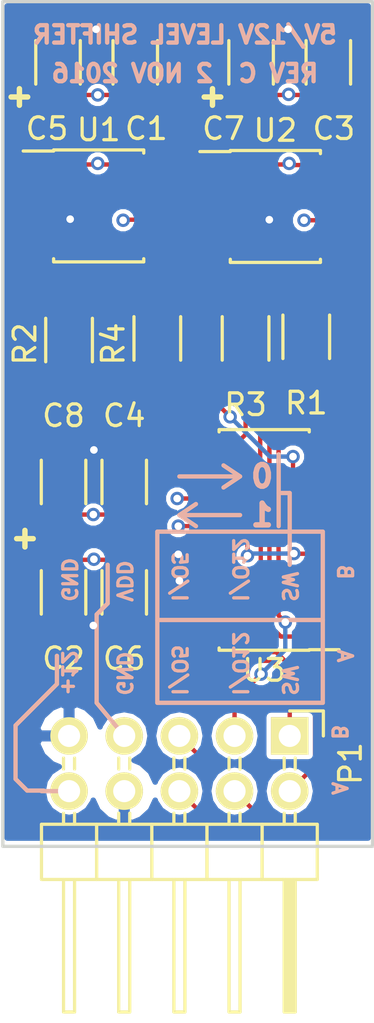
<source format=kicad_pcb>
(kicad_pcb (version 4) (host pcbnew 4.0.4-stable)

  (general
    (links 47)
    (no_connects 0)
    (area 32.258 23.114 51.127 71.591001)
    (thickness 1.6)
    (drawings 53)
    (tracks 233)
    (zones 0)
    (modules 16)
    (nets 18)
  )

  (page A4)
  (layers
    (0 F.Cu signal)
    (1 VDD signal hide)
    (2 +12V signal hide)
    (31 GND signal hide)
    (32 B.Adhes user)
    (33 F.Adhes user)
    (34 B.Paste user)
    (35 F.Paste user)
    (36 B.SilkS user)
    (37 F.SilkS user)
    (38 B.Mask user)
    (39 F.Mask user hide)
    (40 Dwgs.User user)
    (41 Cmts.User user)
    (42 Eco1.User user)
    (43 Eco2.User user)
    (44 Edge.Cuts user)
    (45 Margin user)
    (46 B.CrtYd user)
    (47 F.CrtYd user)
    (48 B.Fab user)
    (49 F.Fab user hide)
  )

  (setup
    (last_trace_width 0.2)
    (user_trace_width 0.2)
    (user_trace_width 0.3)
    (trace_clearance 0.2)
    (zone_clearance 0)
    (zone_45_only no)
    (trace_min 0.152)
    (segment_width 0.2)
    (edge_width 0.15)
    (via_size 0.62)
    (via_drill 0.35)
    (via_min_size 0.62)
    (via_min_drill 0.3)
    (user_via 0.62 0.3)
    (uvia_size 0.3)
    (uvia_drill 0.1)
    (uvias_allowed no)
    (uvia_min_size 0.2)
    (uvia_min_drill 0.1)
    (pcb_text_width 0.3)
    (pcb_text_size 1.5 1.5)
    (mod_edge_width 0.15)
    (mod_text_size 1 1)
    (mod_text_width 0.15)
    (pad_size 1.524 1.524)
    (pad_drill 0.762)
    (pad_to_mask_clearance 0.127)
    (solder_mask_min_width 0.0508)
    (aux_axis_origin 0 0)
    (visible_elements 7FFFFFFF)
    (pcbplotparams
      (layerselection 0x00008_00000000)
      (usegerberextensions true)
      (excludeedgelayer true)
      (linewidth 0.100000)
      (plotframeref false)
      (viasonmask false)
      (mode 1)
      (useauxorigin false)
      (hpglpennumber 1)
      (hpglpenspeed 20)
      (hpglpendiameter 15)
      (hpglpenoverlay 2)
      (psnegative false)
      (psa4output false)
      (plotreference true)
      (plotvalue false)
      (plotinvisibletext false)
      (padsonsilk false)
      (subtractmaskfromsilk false)
      (outputformat 1)
      (mirror false)
      (drillshape 0)
      (scaleselection 1)
      (outputdirectory gerbers-vC))
  )

  (net 0 "")
  (net 1 VDD)
  (net 2 GNDREF)
  (net 3 +12V)
  (net 4 /IO12B)
  (net 5 /SW_A)
  (net 6 /IO12A)
  (net 7 /IO5A)
  (net 8 /OUT5A)
  (net 9 /OUT12A)
  (net 10 /OUT5B)
  (net 11 /OUT12B)
  (net 12 /SW_B)
  (net 13 /IO5B)
  (net 14 "Net-(R2-Pad2)")
  (net 15 "Net-(R4-Pad1)")
  (net 16 "Net-(R3-Pad1)")
  (net 17 "Net-(R1-Pad2)")

  (net_class Default "This is the default net class."
    (clearance 0.2)
    (trace_width 0.2)
    (via_dia 0.62)
    (via_drill 0.35)
    (uvia_dia 0.3)
    (uvia_drill 0.1)
    (add_net +12V)
    (add_net /IO12A)
    (add_net /IO12B)
    (add_net /IO5A)
    (add_net /IO5B)
    (add_net /OUT12A)
    (add_net /OUT12B)
    (add_net /OUT5A)
    (add_net /OUT5B)
    (add_net /SW_A)
    (add_net /SW_B)
    (add_net GNDREF)
    (add_net "Net-(R1-Pad2)")
    (add_net "Net-(R2-Pad2)")
    (add_net "Net-(R3-Pad1)")
    (add_net "Net-(R4-Pad1)")
    (add_net VDD)
  )

  (module Capacitors_SMD:C_1206 (layer F.Cu) (tedit 5415D7BD) (tstamp 57FEF219)
    (at 38.862 27.178 90)
    (descr "Capacitor SMD 1206, reflow soldering, AVX (see smccp.pdf)")
    (tags "capacitor 1206")
    (path /581AB7CD)
    (attr smd)
    (fp_text reference C1 (at -3.048 0.508 180) (layer F.SilkS)
      (effects (font (size 1 1) (thickness 0.15)))
    )
    (fp_text value 100n (at 0 2.3 90) (layer F.Fab)
      (effects (font (size 1 1) (thickness 0.15)))
    )
    (fp_line (start -1.6 0.8) (end -1.6 -0.8) (layer F.Fab) (width 0.15))
    (fp_line (start 1.6 0.8) (end -1.6 0.8) (layer F.Fab) (width 0.15))
    (fp_line (start 1.6 -0.8) (end 1.6 0.8) (layer F.Fab) (width 0.15))
    (fp_line (start -1.6 -0.8) (end 1.6 -0.8) (layer F.Fab) (width 0.15))
    (fp_line (start -2.3 -1.15) (end 2.3 -1.15) (layer F.CrtYd) (width 0.05))
    (fp_line (start -2.3 1.15) (end 2.3 1.15) (layer F.CrtYd) (width 0.05))
    (fp_line (start -2.3 -1.15) (end -2.3 1.15) (layer F.CrtYd) (width 0.05))
    (fp_line (start 2.3 -1.15) (end 2.3 1.15) (layer F.CrtYd) (width 0.05))
    (fp_line (start 1 -1.025) (end -1 -1.025) (layer F.SilkS) (width 0.15))
    (fp_line (start -1 1.025) (end 1 1.025) (layer F.SilkS) (width 0.15))
    (pad 1 smd rect (at -1.5 0 90) (size 1 1.6) (layers F.Cu F.Paste F.Mask)
      (net 1 VDD))
    (pad 2 smd rect (at 1.5 0 90) (size 1 1.6) (layers F.Cu F.Paste F.Mask)
      (net 2 GNDREF))
    (model Capacitors_SMD.3dshapes/C_1206.wrl
      (at (xyz 0 0 0))
      (scale (xyz 1 1 1))
      (rotate (xyz 0 0 0))
    )
  )

  (module Capacitors_SMD:C_1206 (layer F.Cu) (tedit 5415D7BD) (tstamp 57FEF21F)
    (at 35.56 51.562 270)
    (descr "Capacitor SMD 1206, reflow soldering, AVX (see smccp.pdf)")
    (tags "capacitor 1206")
    (path /57FF778D)
    (attr smd)
    (fp_text reference C2 (at 3.048 0 360) (layer F.SilkS)
      (effects (font (size 1 1) (thickness 0.15)))
    )
    (fp_text value 100n (at 0 2.3 270) (layer F.Fab)
      (effects (font (size 1 1) (thickness 0.15)))
    )
    (fp_line (start -1.6 0.8) (end -1.6 -0.8) (layer F.Fab) (width 0.15))
    (fp_line (start 1.6 0.8) (end -1.6 0.8) (layer F.Fab) (width 0.15))
    (fp_line (start 1.6 -0.8) (end 1.6 0.8) (layer F.Fab) (width 0.15))
    (fp_line (start -1.6 -0.8) (end 1.6 -0.8) (layer F.Fab) (width 0.15))
    (fp_line (start -2.3 -1.15) (end 2.3 -1.15) (layer F.CrtYd) (width 0.05))
    (fp_line (start -2.3 1.15) (end 2.3 1.15) (layer F.CrtYd) (width 0.05))
    (fp_line (start -2.3 -1.15) (end -2.3 1.15) (layer F.CrtYd) (width 0.05))
    (fp_line (start 2.3 -1.15) (end 2.3 1.15) (layer F.CrtYd) (width 0.05))
    (fp_line (start 1 -1.025) (end -1 -1.025) (layer F.SilkS) (width 0.15))
    (fp_line (start -1 1.025) (end 1 1.025) (layer F.SilkS) (width 0.15))
    (pad 1 smd rect (at -1.5 0 270) (size 1 1.6) (layers F.Cu F.Paste F.Mask)
      (net 1 VDD))
    (pad 2 smd rect (at 1.5 0 270) (size 1 1.6) (layers F.Cu F.Paste F.Mask)
      (net 2 GNDREF))
    (model Capacitors_SMD.3dshapes/C_1206.wrl
      (at (xyz 0 0 0))
      (scale (xyz 1 1 1))
      (rotate (xyz 0 0 0))
    )
  )

  (module Capacitors_SMD:C_1206 (layer F.Cu) (tedit 5415D7BD) (tstamp 57FEF225)
    (at 47.752 27.178 90)
    (descr "Capacitor SMD 1206, reflow soldering, AVX (see smccp.pdf)")
    (tags "capacitor 1206")
    (path /57FF74C0)
    (attr smd)
    (fp_text reference C3 (at -3.048 0.254 180) (layer F.SilkS)
      (effects (font (size 1 1) (thickness 0.15)))
    )
    (fp_text value 100n (at 0 2.3 90) (layer F.Fab)
      (effects (font (size 1 1) (thickness 0.15)))
    )
    (fp_line (start -1.6 0.8) (end -1.6 -0.8) (layer F.Fab) (width 0.15))
    (fp_line (start 1.6 0.8) (end -1.6 0.8) (layer F.Fab) (width 0.15))
    (fp_line (start 1.6 -0.8) (end 1.6 0.8) (layer F.Fab) (width 0.15))
    (fp_line (start -1.6 -0.8) (end 1.6 -0.8) (layer F.Fab) (width 0.15))
    (fp_line (start -2.3 -1.15) (end 2.3 -1.15) (layer F.CrtYd) (width 0.05))
    (fp_line (start -2.3 1.15) (end 2.3 1.15) (layer F.CrtYd) (width 0.05))
    (fp_line (start -2.3 -1.15) (end -2.3 1.15) (layer F.CrtYd) (width 0.05))
    (fp_line (start 2.3 -1.15) (end 2.3 1.15) (layer F.CrtYd) (width 0.05))
    (fp_line (start 1 -1.025) (end -1 -1.025) (layer F.SilkS) (width 0.15))
    (fp_line (start -1 1.025) (end 1 1.025) (layer F.SilkS) (width 0.15))
    (pad 1 smd rect (at -1.5 0 90) (size 1 1.6) (layers F.Cu F.Paste F.Mask)
      (net 3 +12V))
    (pad 2 smd rect (at 1.5 0 90) (size 1 1.6) (layers F.Cu F.Paste F.Mask)
      (net 2 GNDREF))
    (model Capacitors_SMD.3dshapes/C_1206.wrl
      (at (xyz 0 0 0))
      (scale (xyz 1 1 1))
      (rotate (xyz 0 0 0))
    )
  )

  (module Capacitors_SMD:C_1206 (layer F.Cu) (tedit 5415D7BD) (tstamp 57FEF22B)
    (at 38.354 46.482 90)
    (descr "Capacitor SMD 1206, reflow soldering, AVX (see smccp.pdf)")
    (tags "capacitor 1206")
    (path /581ABCAD)
    (attr smd)
    (fp_text reference C4 (at 3.048 0 180) (layer F.SilkS)
      (effects (font (size 1 1) (thickness 0.15)))
    )
    (fp_text value 100n (at 0 2.3 90) (layer F.Fab)
      (effects (font (size 1 1) (thickness 0.15)))
    )
    (fp_line (start -1.6 0.8) (end -1.6 -0.8) (layer F.Fab) (width 0.15))
    (fp_line (start 1.6 0.8) (end -1.6 0.8) (layer F.Fab) (width 0.15))
    (fp_line (start 1.6 -0.8) (end 1.6 0.8) (layer F.Fab) (width 0.15))
    (fp_line (start -1.6 -0.8) (end 1.6 -0.8) (layer F.Fab) (width 0.15))
    (fp_line (start -2.3 -1.15) (end 2.3 -1.15) (layer F.CrtYd) (width 0.05))
    (fp_line (start -2.3 1.15) (end 2.3 1.15) (layer F.CrtYd) (width 0.05))
    (fp_line (start -2.3 -1.15) (end -2.3 1.15) (layer F.CrtYd) (width 0.05))
    (fp_line (start 2.3 -1.15) (end 2.3 1.15) (layer F.CrtYd) (width 0.05))
    (fp_line (start 1 -1.025) (end -1 -1.025) (layer F.SilkS) (width 0.15))
    (fp_line (start -1 1.025) (end 1 1.025) (layer F.SilkS) (width 0.15))
    (pad 1 smd rect (at -1.5 0 90) (size 1 1.6) (layers F.Cu F.Paste F.Mask)
      (net 3 +12V))
    (pad 2 smd rect (at 1.5 0 90) (size 1 1.6) (layers F.Cu F.Paste F.Mask)
      (net 2 GNDREF))
    (model Capacitors_SMD.3dshapes/C_1206.wrl
      (at (xyz 0 0 0))
      (scale (xyz 1 1 1))
      (rotate (xyz 0 0 0))
    )
  )

  (module Pin_Headers:Pin_Header_Angled_2x05 (layer F.Cu) (tedit 0) (tstamp 57FEF239)
    (at 45.974 58.166 270)
    (descr "Through hole pin header")
    (tags "pin header")
    (path /57FF62C7)
    (fp_text reference P1 (at 1.27 -2.794 270) (layer F.SilkS)
      (effects (font (size 1 1) (thickness 0.15)))
    )
    (fp_text value CONN_02X05 (at 0 -3.1 270) (layer F.Fab)
      (effects (font (size 1 1) (thickness 0.15)))
    )
    (fp_line (start -1.35 -1.75) (end -1.35 11.95) (layer F.CrtYd) (width 0.05))
    (fp_line (start 13.2 -1.75) (end 13.2 11.95) (layer F.CrtYd) (width 0.05))
    (fp_line (start -1.35 -1.75) (end 13.2 -1.75) (layer F.CrtYd) (width 0.05))
    (fp_line (start -1.35 11.95) (end 13.2 11.95) (layer F.CrtYd) (width 0.05))
    (fp_line (start 1.524 10.414) (end 1.016 10.414) (layer F.SilkS) (width 0.15))
    (fp_line (start 1.524 9.906) (end 1.016 9.906) (layer F.SilkS) (width 0.15))
    (fp_line (start 1.524 7.874) (end 1.016 7.874) (layer F.SilkS) (width 0.15))
    (fp_line (start 1.524 7.366) (end 1.016 7.366) (layer F.SilkS) (width 0.15))
    (fp_line (start 1.524 -0.254) (end 1.016 -0.254) (layer F.SilkS) (width 0.15))
    (fp_line (start 1.524 0.254) (end 1.016 0.254) (layer F.SilkS) (width 0.15))
    (fp_line (start 1.524 5.334) (end 1.016 5.334) (layer F.SilkS) (width 0.15))
    (fp_line (start 1.524 4.826) (end 1.016 4.826) (layer F.SilkS) (width 0.15))
    (fp_line (start 1.524 2.794) (end 1.016 2.794) (layer F.SilkS) (width 0.15))
    (fp_line (start 1.524 2.286) (end 1.016 2.286) (layer F.SilkS) (width 0.15))
    (fp_line (start 4.064 10.414) (end 3.556 10.414) (layer F.SilkS) (width 0.15))
    (fp_line (start 4.064 9.906) (end 3.556 9.906) (layer F.SilkS) (width 0.15))
    (fp_line (start 4.064 -0.254) (end 3.556 -0.254) (layer F.SilkS) (width 0.15))
    (fp_line (start 4.064 0.254) (end 3.556 0.254) (layer F.SilkS) (width 0.15))
    (fp_line (start 4.064 2.286) (end 3.556 2.286) (layer F.SilkS) (width 0.15))
    (fp_line (start 4.064 2.794) (end 3.556 2.794) (layer F.SilkS) (width 0.15))
    (fp_line (start 4.064 7.874) (end 3.556 7.874) (layer F.SilkS) (width 0.15))
    (fp_line (start 4.064 7.366) (end 3.556 7.366) (layer F.SilkS) (width 0.15))
    (fp_line (start 4.064 5.334) (end 3.556 5.334) (layer F.SilkS) (width 0.15))
    (fp_line (start 4.064 4.826) (end 3.556 4.826) (layer F.SilkS) (width 0.15))
    (fp_line (start 0 -1.55) (end -1.15 -1.55) (layer F.SilkS) (width 0.15))
    (fp_line (start -1.15 -1.55) (end -1.15 0) (layer F.SilkS) (width 0.15))
    (fp_line (start 6.604 -0.127) (end 12.573 -0.127) (layer F.SilkS) (width 0.15))
    (fp_line (start 12.573 -0.127) (end 12.573 0.127) (layer F.SilkS) (width 0.15))
    (fp_line (start 12.573 0.127) (end 6.731 0.127) (layer F.SilkS) (width 0.15))
    (fp_line (start 6.731 0.127) (end 6.731 0) (layer F.SilkS) (width 0.15))
    (fp_line (start 6.731 0) (end 12.573 0) (layer F.SilkS) (width 0.15))
    (fp_line (start 4.064 8.89) (end 6.604 8.89) (layer F.SilkS) (width 0.15))
    (fp_line (start 4.064 8.89) (end 4.064 11.43) (layer F.SilkS) (width 0.15))
    (fp_line (start 6.604 9.906) (end 12.7 9.906) (layer F.SilkS) (width 0.15))
    (fp_line (start 12.7 9.906) (end 12.7 10.414) (layer F.SilkS) (width 0.15))
    (fp_line (start 12.7 10.414) (end 6.604 10.414) (layer F.SilkS) (width 0.15))
    (fp_line (start 6.604 11.43) (end 6.604 8.89) (layer F.SilkS) (width 0.15))
    (fp_line (start 4.064 11.43) (end 6.604 11.43) (layer F.SilkS) (width 0.15))
    (fp_line (start 4.064 3.81) (end 6.604 3.81) (layer F.SilkS) (width 0.15))
    (fp_line (start 4.064 3.81) (end 4.064 6.35) (layer F.SilkS) (width 0.15))
    (fp_line (start 4.064 6.35) (end 6.604 6.35) (layer F.SilkS) (width 0.15))
    (fp_line (start 6.604 4.826) (end 12.7 4.826) (layer F.SilkS) (width 0.15))
    (fp_line (start 12.7 4.826) (end 12.7 5.334) (layer F.SilkS) (width 0.15))
    (fp_line (start 12.7 5.334) (end 6.604 5.334) (layer F.SilkS) (width 0.15))
    (fp_line (start 6.604 6.35) (end 6.604 3.81) (layer F.SilkS) (width 0.15))
    (fp_line (start 6.604 8.89) (end 6.604 6.35) (layer F.SilkS) (width 0.15))
    (fp_line (start 12.7 7.874) (end 6.604 7.874) (layer F.SilkS) (width 0.15))
    (fp_line (start 12.7 7.366) (end 12.7 7.874) (layer F.SilkS) (width 0.15))
    (fp_line (start 6.604 7.366) (end 12.7 7.366) (layer F.SilkS) (width 0.15))
    (fp_line (start 4.064 8.89) (end 6.604 8.89) (layer F.SilkS) (width 0.15))
    (fp_line (start 4.064 6.35) (end 4.064 8.89) (layer F.SilkS) (width 0.15))
    (fp_line (start 4.064 6.35) (end 6.604 6.35) (layer F.SilkS) (width 0.15))
    (fp_line (start 4.064 1.27) (end 6.604 1.27) (layer F.SilkS) (width 0.15))
    (fp_line (start 4.064 1.27) (end 4.064 3.81) (layer F.SilkS) (width 0.15))
    (fp_line (start 4.064 3.81) (end 6.604 3.81) (layer F.SilkS) (width 0.15))
    (fp_line (start 6.604 2.286) (end 12.7 2.286) (layer F.SilkS) (width 0.15))
    (fp_line (start 12.7 2.286) (end 12.7 2.794) (layer F.SilkS) (width 0.15))
    (fp_line (start 12.7 2.794) (end 6.604 2.794) (layer F.SilkS) (width 0.15))
    (fp_line (start 6.604 3.81) (end 6.604 1.27) (layer F.SilkS) (width 0.15))
    (fp_line (start 6.604 1.27) (end 6.604 -1.27) (layer F.SilkS) (width 0.15))
    (fp_line (start 12.7 0.254) (end 6.604 0.254) (layer F.SilkS) (width 0.15))
    (fp_line (start 12.7 -0.254) (end 12.7 0.254) (layer F.SilkS) (width 0.15))
    (fp_line (start 6.604 -0.254) (end 12.7 -0.254) (layer F.SilkS) (width 0.15))
    (fp_line (start 4.064 1.27) (end 6.604 1.27) (layer F.SilkS) (width 0.15))
    (fp_line (start 4.064 -1.27) (end 4.064 1.27) (layer F.SilkS) (width 0.15))
    (fp_line (start 4.064 -1.27) (end 6.604 -1.27) (layer F.SilkS) (width 0.15))
    (pad 1 thru_hole rect (at 0 0 270) (size 1.7272 1.7272) (drill 1.016) (layers *.Cu *.Mask F.SilkS)
      (net 12 /SW_B))
    (pad 2 thru_hole oval (at 2.54 0 270) (size 1.7272 1.7272) (drill 1.016) (layers *.Cu *.Mask F.SilkS)
      (net 5 /SW_A))
    (pad 3 thru_hole oval (at 0 2.54 270) (size 1.7272 1.7272) (drill 1.016) (layers *.Cu *.Mask F.SilkS)
      (net 4 /IO12B))
    (pad 4 thru_hole oval (at 2.54 2.54 270) (size 1.7272 1.7272) (drill 1.016) (layers *.Cu *.Mask F.SilkS)
      (net 6 /IO12A))
    (pad 5 thru_hole oval (at 0 5.08 270) (size 1.7272 1.7272) (drill 1.016) (layers *.Cu *.Mask F.SilkS)
      (net 13 /IO5B))
    (pad 6 thru_hole oval (at 2.54 5.08 270) (size 1.7272 1.7272) (drill 1.016) (layers *.Cu *.Mask F.SilkS)
      (net 7 /IO5A))
    (pad 7 thru_hole oval (at 0 7.62 270) (size 1.7272 1.7272) (drill 1.016) (layers *.Cu *.Mask F.SilkS)
      (net 1 VDD))
    (pad 8 thru_hole oval (at 2.54 7.62 270) (size 1.7272 1.7272) (drill 1.016) (layers *.Cu *.Mask F.SilkS)
      (net 2 GNDREF))
    (pad 9 thru_hole oval (at 0 10.16 270) (size 1.7272 1.7272) (drill 1.016) (layers *.Cu *.Mask F.SilkS)
      (net 2 GNDREF))
    (pad 10 thru_hole oval (at 2.54 10.16 270) (size 1.7272 1.7272) (drill 1.016) (layers *.Cu *.Mask F.SilkS)
      (net 3 +12V))
    (model Pin_Headers.3dshapes/Pin_Header_Angled_2x05.wrl
      (at (xyz 0.05 -0.2 0))
      (scale (xyz 1 1 1))
      (rotate (xyz 0 0 90))
    )
  )

  (module Capacitors_SMD:C_1206 (layer F.Cu) (tedit 5415D7BD) (tstamp 581AA460)
    (at 35.306 27.178 90)
    (descr "Capacitor SMD 1206, reflow soldering, AVX (see smccp.pdf)")
    (tags "capacitor 1206")
    (path /581AB8CD)
    (attr smd)
    (fp_text reference C5 (at -3.048 -0.508 180) (layer F.SilkS)
      (effects (font (size 1 1) (thickness 0.15)))
    )
    (fp_text value 1u (at 0 2.3 90) (layer F.Fab)
      (effects (font (size 1 1) (thickness 0.15)))
    )
    (fp_line (start -1.6 0.8) (end -1.6 -0.8) (layer F.Fab) (width 0.15))
    (fp_line (start 1.6 0.8) (end -1.6 0.8) (layer F.Fab) (width 0.15))
    (fp_line (start 1.6 -0.8) (end 1.6 0.8) (layer F.Fab) (width 0.15))
    (fp_line (start -1.6 -0.8) (end 1.6 -0.8) (layer F.Fab) (width 0.15))
    (fp_line (start -2.3 -1.15) (end 2.3 -1.15) (layer F.CrtYd) (width 0.05))
    (fp_line (start -2.3 1.15) (end 2.3 1.15) (layer F.CrtYd) (width 0.05))
    (fp_line (start -2.3 -1.15) (end -2.3 1.15) (layer F.CrtYd) (width 0.05))
    (fp_line (start 2.3 -1.15) (end 2.3 1.15) (layer F.CrtYd) (width 0.05))
    (fp_line (start 1 -1.025) (end -1 -1.025) (layer F.SilkS) (width 0.15))
    (fp_line (start -1 1.025) (end 1 1.025) (layer F.SilkS) (width 0.15))
    (pad 1 smd rect (at -1.5 0 90) (size 1 1.6) (layers F.Cu F.Paste F.Mask)
      (net 1 VDD))
    (pad 2 smd rect (at 1.5 0 90) (size 1 1.6) (layers F.Cu F.Paste F.Mask)
      (net 2 GNDREF))
    (model Capacitors_SMD.3dshapes/C_1206.wrl
      (at (xyz 0 0 0))
      (scale (xyz 1 1 1))
      (rotate (xyz 0 0 0))
    )
  )

  (module Capacitors_SMD:C_1206 (layer F.Cu) (tedit 5415D7BD) (tstamp 581AA466)
    (at 38.354 51.562 270)
    (descr "Capacitor SMD 1206, reflow soldering, AVX (see smccp.pdf)")
    (tags "capacitor 1206")
    (path /581ABD31)
    (attr smd)
    (fp_text reference C6 (at 3.048 0 360) (layer F.SilkS)
      (effects (font (size 1 1) (thickness 0.15)))
    )
    (fp_text value 1u (at 0 2.3 270) (layer F.Fab)
      (effects (font (size 1 1) (thickness 0.15)))
    )
    (fp_line (start -1.6 0.8) (end -1.6 -0.8) (layer F.Fab) (width 0.15))
    (fp_line (start 1.6 0.8) (end -1.6 0.8) (layer F.Fab) (width 0.15))
    (fp_line (start 1.6 -0.8) (end 1.6 0.8) (layer F.Fab) (width 0.15))
    (fp_line (start -1.6 -0.8) (end 1.6 -0.8) (layer F.Fab) (width 0.15))
    (fp_line (start -2.3 -1.15) (end 2.3 -1.15) (layer F.CrtYd) (width 0.05))
    (fp_line (start -2.3 1.15) (end 2.3 1.15) (layer F.CrtYd) (width 0.05))
    (fp_line (start -2.3 -1.15) (end -2.3 1.15) (layer F.CrtYd) (width 0.05))
    (fp_line (start 2.3 -1.15) (end 2.3 1.15) (layer F.CrtYd) (width 0.05))
    (fp_line (start 1 -1.025) (end -1 -1.025) (layer F.SilkS) (width 0.15))
    (fp_line (start -1 1.025) (end 1 1.025) (layer F.SilkS) (width 0.15))
    (pad 1 smd rect (at -1.5 0 270) (size 1 1.6) (layers F.Cu F.Paste F.Mask)
      (net 1 VDD))
    (pad 2 smd rect (at 1.5 0 270) (size 1 1.6) (layers F.Cu F.Paste F.Mask)
      (net 2 GNDREF))
    (model Capacitors_SMD.3dshapes/C_1206.wrl
      (at (xyz 0 0 0))
      (scale (xyz 1 1 1))
      (rotate (xyz 0 0 0))
    )
  )

  (module Capacitors_SMD:C_1206 (layer F.Cu) (tedit 5415D7BD) (tstamp 581AA46C)
    (at 44.196 27.178 90)
    (descr "Capacitor SMD 1206, reflow soldering, AVX (see smccp.pdf)")
    (tags "capacitor 1206")
    (path /581ABA0C)
    (attr smd)
    (fp_text reference C7 (at -3.048 -1.27 180) (layer F.SilkS)
      (effects (font (size 1 1) (thickness 0.15)))
    )
    (fp_text value 1u (at 0 2.3 90) (layer F.Fab)
      (effects (font (size 1 1) (thickness 0.15)))
    )
    (fp_line (start -1.6 0.8) (end -1.6 -0.8) (layer F.Fab) (width 0.15))
    (fp_line (start 1.6 0.8) (end -1.6 0.8) (layer F.Fab) (width 0.15))
    (fp_line (start 1.6 -0.8) (end 1.6 0.8) (layer F.Fab) (width 0.15))
    (fp_line (start -1.6 -0.8) (end 1.6 -0.8) (layer F.Fab) (width 0.15))
    (fp_line (start -2.3 -1.15) (end 2.3 -1.15) (layer F.CrtYd) (width 0.05))
    (fp_line (start -2.3 1.15) (end 2.3 1.15) (layer F.CrtYd) (width 0.05))
    (fp_line (start -2.3 -1.15) (end -2.3 1.15) (layer F.CrtYd) (width 0.05))
    (fp_line (start 2.3 -1.15) (end 2.3 1.15) (layer F.CrtYd) (width 0.05))
    (fp_line (start 1 -1.025) (end -1 -1.025) (layer F.SilkS) (width 0.15))
    (fp_line (start -1 1.025) (end 1 1.025) (layer F.SilkS) (width 0.15))
    (pad 1 smd rect (at -1.5 0 90) (size 1 1.6) (layers F.Cu F.Paste F.Mask)
      (net 3 +12V))
    (pad 2 smd rect (at 1.5 0 90) (size 1 1.6) (layers F.Cu F.Paste F.Mask)
      (net 2 GNDREF))
    (model Capacitors_SMD.3dshapes/C_1206.wrl
      (at (xyz 0 0 0))
      (scale (xyz 1 1 1))
      (rotate (xyz 0 0 0))
    )
  )

  (module Capacitors_SMD:C_1206 (layer F.Cu) (tedit 5415D7BD) (tstamp 581AA472)
    (at 35.56 46.482 90)
    (descr "Capacitor SMD 1206, reflow soldering, AVX (see smccp.pdf)")
    (tags "capacitor 1206")
    (path /581ABA43)
    (attr smd)
    (fp_text reference C8 (at 3.048 0 180) (layer F.SilkS)
      (effects (font (size 1 1) (thickness 0.15)))
    )
    (fp_text value 1u (at 0 2.3 90) (layer F.Fab)
      (effects (font (size 1 1) (thickness 0.15)))
    )
    (fp_line (start -1.6 0.8) (end -1.6 -0.8) (layer F.Fab) (width 0.15))
    (fp_line (start 1.6 0.8) (end -1.6 0.8) (layer F.Fab) (width 0.15))
    (fp_line (start 1.6 -0.8) (end 1.6 0.8) (layer F.Fab) (width 0.15))
    (fp_line (start -1.6 -0.8) (end 1.6 -0.8) (layer F.Fab) (width 0.15))
    (fp_line (start -2.3 -1.15) (end 2.3 -1.15) (layer F.CrtYd) (width 0.05))
    (fp_line (start -2.3 1.15) (end 2.3 1.15) (layer F.CrtYd) (width 0.05))
    (fp_line (start -2.3 -1.15) (end -2.3 1.15) (layer F.CrtYd) (width 0.05))
    (fp_line (start 2.3 -1.15) (end 2.3 1.15) (layer F.CrtYd) (width 0.05))
    (fp_line (start 1 -1.025) (end -1 -1.025) (layer F.SilkS) (width 0.15))
    (fp_line (start -1 1.025) (end 1 1.025) (layer F.SilkS) (width 0.15))
    (pad 1 smd rect (at -1.5 0 90) (size 1 1.6) (layers F.Cu F.Paste F.Mask)
      (net 3 +12V))
    (pad 2 smd rect (at 1.5 0 90) (size 1 1.6) (layers F.Cu F.Paste F.Mask)
      (net 2 GNDREF))
    (model Capacitors_SMD.3dshapes/C_1206.wrl
      (at (xyz 0 0 0))
      (scale (xyz 1 1 1))
      (rotate (xyz 0 0 0))
    )
  )

  (module Housings_SOIC:SOIC-8_3.9x4.9mm_Pitch1.27mm (layer F.Cu) (tedit 54130A77) (tstamp 581AA473)
    (at 37.178 33.782)
    (descr "8-Lead Plastic Small Outline (SN) - Narrow, 3.90 mm Body [SOIC] (see Microchip Packaging Specification 00000049BS.pdf)")
    (tags "SOIC 1.27")
    (path /581A991F)
    (attr smd)
    (fp_text reference U1 (at 0 -3.5) (layer F.SilkS)
      (effects (font (size 1 1) (thickness 0.15)))
    )
    (fp_text value 2EDN752 (at 0 3.5) (layer F.Fab)
      (effects (font (size 1 1) (thickness 0.15)))
    )
    (fp_line (start -0.95 -2.45) (end 1.95 -2.45) (layer F.Fab) (width 0.15))
    (fp_line (start 1.95 -2.45) (end 1.95 2.45) (layer F.Fab) (width 0.15))
    (fp_line (start 1.95 2.45) (end -1.95 2.45) (layer F.Fab) (width 0.15))
    (fp_line (start -1.95 2.45) (end -1.95 -1.45) (layer F.Fab) (width 0.15))
    (fp_line (start -1.95 -1.45) (end -0.95 -2.45) (layer F.Fab) (width 0.15))
    (fp_line (start -3.75 -2.75) (end -3.75 2.75) (layer F.CrtYd) (width 0.05))
    (fp_line (start 3.75 -2.75) (end 3.75 2.75) (layer F.CrtYd) (width 0.05))
    (fp_line (start -3.75 -2.75) (end 3.75 -2.75) (layer F.CrtYd) (width 0.05))
    (fp_line (start -3.75 2.75) (end 3.75 2.75) (layer F.CrtYd) (width 0.05))
    (fp_line (start -2.075 -2.575) (end -2.075 -2.525) (layer F.SilkS) (width 0.15))
    (fp_line (start 2.075 -2.575) (end 2.075 -2.43) (layer F.SilkS) (width 0.15))
    (fp_line (start 2.075 2.575) (end 2.075 2.43) (layer F.SilkS) (width 0.15))
    (fp_line (start -2.075 2.575) (end -2.075 2.43) (layer F.SilkS) (width 0.15))
    (fp_line (start -2.075 -2.575) (end 2.075 -2.575) (layer F.SilkS) (width 0.15))
    (fp_line (start -2.075 2.575) (end 2.075 2.575) (layer F.SilkS) (width 0.15))
    (fp_line (start -2.075 -2.525) (end -3.475 -2.525) (layer F.SilkS) (width 0.15))
    (pad 1 smd rect (at -2.7 -1.905) (size 1.55 0.6) (layers F.Cu F.Paste F.Mask)
      (net 1 VDD))
    (pad 2 smd rect (at -2.7 -0.635) (size 1.55 0.6) (layers F.Cu F.Paste F.Mask)
      (net 4 /IO12B))
    (pad 3 smd rect (at -2.7 0.635) (size 1.55 0.6) (layers F.Cu F.Paste F.Mask)
      (net 2 GNDREF))
    (pad 4 smd rect (at -2.7 1.905) (size 1.55 0.6) (layers F.Cu F.Paste F.Mask)
      (net 6 /IO12A))
    (pad 5 smd rect (at 2.7 1.905) (size 1.55 0.6) (layers F.Cu F.Paste F.Mask)
      (net 10 /OUT5B))
    (pad 6 smd rect (at 2.7 0.635) (size 1.55 0.6) (layers F.Cu F.Paste F.Mask)
      (net 1 VDD))
    (pad 7 smd rect (at 2.7 -0.635) (size 1.55 0.6) (layers F.Cu F.Paste F.Mask)
      (net 8 /OUT5A))
    (pad 8 smd rect (at 2.7 -1.905) (size 1.55 0.6) (layers F.Cu F.Paste F.Mask)
      (net 1 VDD))
    (model Housings_SOIC.3dshapes/SOIC-8_3.9x4.9mm_Pitch1.27mm.wrl
      (at (xyz 0 0 0))
      (scale (xyz 1 1 1))
      (rotate (xyz 0 0 0))
    )
  )

  (module Housings_SOIC:SOIC-8_3.9x4.9mm_Pitch1.27mm (layer F.Cu) (tedit 54130A77) (tstamp 581AA47E)
    (at 45.3136 33.8074)
    (descr "8-Lead Plastic Small Outline (SN) - Narrow, 3.90 mm Body [SOIC] (see Microchip Packaging Specification 00000049BS.pdf)")
    (tags "SOIC 1.27")
    (path /581A9EB3)
    (attr smd)
    (fp_text reference U2 (at 0 -3.5) (layer F.SilkS)
      (effects (font (size 1 1) (thickness 0.15)))
    )
    (fp_text value 2EDN752 (at 0 3.5) (layer F.Fab)
      (effects (font (size 1 1) (thickness 0.15)))
    )
    (fp_line (start -0.95 -2.45) (end 1.95 -2.45) (layer F.Fab) (width 0.15))
    (fp_line (start 1.95 -2.45) (end 1.95 2.45) (layer F.Fab) (width 0.15))
    (fp_line (start 1.95 2.45) (end -1.95 2.45) (layer F.Fab) (width 0.15))
    (fp_line (start -1.95 2.45) (end -1.95 -1.45) (layer F.Fab) (width 0.15))
    (fp_line (start -1.95 -1.45) (end -0.95 -2.45) (layer F.Fab) (width 0.15))
    (fp_line (start -3.75 -2.75) (end -3.75 2.75) (layer F.CrtYd) (width 0.05))
    (fp_line (start 3.75 -2.75) (end 3.75 2.75) (layer F.CrtYd) (width 0.05))
    (fp_line (start -3.75 -2.75) (end 3.75 -2.75) (layer F.CrtYd) (width 0.05))
    (fp_line (start -3.75 2.75) (end 3.75 2.75) (layer F.CrtYd) (width 0.05))
    (fp_line (start -2.075 -2.575) (end -2.075 -2.525) (layer F.SilkS) (width 0.15))
    (fp_line (start 2.075 -2.575) (end 2.075 -2.43) (layer F.SilkS) (width 0.15))
    (fp_line (start 2.075 2.575) (end 2.075 2.43) (layer F.SilkS) (width 0.15))
    (fp_line (start -2.075 2.575) (end -2.075 2.43) (layer F.SilkS) (width 0.15))
    (fp_line (start -2.075 -2.575) (end 2.075 -2.575) (layer F.SilkS) (width 0.15))
    (fp_line (start -2.075 2.575) (end 2.075 2.575) (layer F.SilkS) (width 0.15))
    (fp_line (start -2.075 -2.525) (end -3.475 -2.525) (layer F.SilkS) (width 0.15))
    (pad 1 smd rect (at -2.7 -1.905) (size 1.55 0.6) (layers F.Cu F.Paste F.Mask)
      (net 3 +12V))
    (pad 2 smd rect (at -2.7 -0.635) (size 1.55 0.6) (layers F.Cu F.Paste F.Mask)
      (net 7 /IO5A))
    (pad 3 smd rect (at -2.7 0.635) (size 1.55 0.6) (layers F.Cu F.Paste F.Mask)
      (net 2 GNDREF))
    (pad 4 smd rect (at -2.7 1.905) (size 1.55 0.6) (layers F.Cu F.Paste F.Mask)
      (net 13 /IO5B))
    (pad 5 smd rect (at 2.7 1.905) (size 1.55 0.6) (layers F.Cu F.Paste F.Mask)
      (net 11 /OUT12B))
    (pad 6 smd rect (at 2.7 0.635) (size 1.55 0.6) (layers F.Cu F.Paste F.Mask)
      (net 3 +12V))
    (pad 7 smd rect (at 2.7 -0.635) (size 1.55 0.6) (layers F.Cu F.Paste F.Mask)
      (net 9 /OUT12A))
    (pad 8 smd rect (at 2.7 -1.905) (size 1.55 0.6) (layers F.Cu F.Paste F.Mask)
      (net 3 +12V))
    (model Housings_SOIC.3dshapes/SOIC-8_3.9x4.9mm_Pitch1.27mm.wrl
      (at (xyz 0 0 0))
      (scale (xyz 1 1 1))
      (rotate (xyz 0 0 0))
    )
  )

  (module Housings_SOIC:SOIC-16_3.9x9.9mm_Pitch1.27mm (layer F.Cu) (tedit 574D979F) (tstamp 581AA489)
    (at 44.798 49.149 180)
    (descr "16-Lead Plastic Small Outline (SL) - Narrow, 3.90 mm Body [SOIC] (see Microchip Packaging Specification 00000049BS.pdf)")
    (tags "SOIC 1.27")
    (path /57FB2CEC)
    (attr smd)
    (fp_text reference U3 (at 0 -6 180) (layer F.SilkS)
      (effects (font (size 1 1) (thickness 0.15)))
    )
    (fp_text value DG403 (at 0 6 180) (layer F.Fab)
      (effects (font (size 1 1) (thickness 0.15)))
    )
    (fp_line (start -0.95 -4.95) (end 1.95 -4.95) (layer F.Fab) (width 0.15))
    (fp_line (start 1.95 -4.95) (end 1.95 4.95) (layer F.Fab) (width 0.15))
    (fp_line (start 1.95 4.95) (end -1.95 4.95) (layer F.Fab) (width 0.15))
    (fp_line (start -1.95 4.95) (end -1.95 -3.95) (layer F.Fab) (width 0.15))
    (fp_line (start -1.95 -3.95) (end -0.95 -4.95) (layer F.Fab) (width 0.15))
    (fp_line (start -3.7 -5.25) (end -3.7 5.25) (layer F.CrtYd) (width 0.05))
    (fp_line (start 3.7 -5.25) (end 3.7 5.25) (layer F.CrtYd) (width 0.05))
    (fp_line (start -3.7 -5.25) (end 3.7 -5.25) (layer F.CrtYd) (width 0.05))
    (fp_line (start -3.7 5.25) (end 3.7 5.25) (layer F.CrtYd) (width 0.05))
    (fp_line (start -2.075 -5.075) (end -2.075 -5.05) (layer F.SilkS) (width 0.15))
    (fp_line (start 2.075 -5.075) (end 2.075 -4.97) (layer F.SilkS) (width 0.15))
    (fp_line (start 2.075 5.075) (end 2.075 4.97) (layer F.SilkS) (width 0.15))
    (fp_line (start -2.075 5.075) (end -2.075 4.97) (layer F.SilkS) (width 0.15))
    (fp_line (start -2.075 -5.075) (end 2.075 -5.075) (layer F.SilkS) (width 0.15))
    (fp_line (start -2.075 5.075) (end 2.075 5.075) (layer F.SilkS) (width 0.15))
    (fp_line (start -2.075 -5.05) (end -3.45 -5.05) (layer F.SilkS) (width 0.15))
    (pad 1 smd rect (at -2.7 -4.445 180) (size 1.5 0.6) (layers F.Cu F.Paste F.Mask)
      (net 6 /IO12A))
    (pad 2 smd rect (at -2.7 -3.175 180) (size 1.5 0.6) (layers F.Cu F.Paste F.Mask))
    (pad 3 smd rect (at -2.7 -1.905 180) (size 1.5 0.6) (layers F.Cu F.Paste F.Mask)
      (net 7 /IO5A))
    (pad 4 smd rect (at -2.7 -0.635 180) (size 1.5 0.6) (layers F.Cu F.Paste F.Mask)
      (net 14 "Net-(R2-Pad2)"))
    (pad 5 smd rect (at -2.7 0.635 180) (size 1.5 0.6) (layers F.Cu F.Paste F.Mask)
      (net 15 "Net-(R4-Pad1)"))
    (pad 6 smd rect (at -2.7 1.905 180) (size 1.5 0.6) (layers F.Cu F.Paste F.Mask)
      (net 13 /IO5B))
    (pad 7 smd rect (at -2.7 3.175 180) (size 1.5 0.6) (layers F.Cu F.Paste F.Mask))
    (pad 8 smd rect (at -2.7 4.445 180) (size 1.5 0.6) (layers F.Cu F.Paste F.Mask)
      (net 4 /IO12B))
    (pad 9 smd rect (at 2.7 4.445 180) (size 1.5 0.6) (layers F.Cu F.Paste F.Mask)
      (net 16 "Net-(R3-Pad1)"))
    (pad 10 smd rect (at 2.7 3.175 180) (size 1.5 0.6) (layers F.Cu F.Paste F.Mask)
      (net 12 /SW_B))
    (pad 11 smd rect (at 2.7 1.905 180) (size 1.5 0.6) (layers F.Cu F.Paste F.Mask)
      (net 3 +12V))
    (pad 12 smd rect (at 2.7 0.635 180) (size 1.5 0.6) (layers F.Cu F.Paste F.Mask)
      (net 1 VDD))
    (pad 13 smd rect (at 2.7 -0.635 180) (size 1.5 0.6) (layers F.Cu F.Paste F.Mask)
      (net 2 GNDREF))
    (pad 14 smd rect (at 2.7 -1.905 180) (size 1.5 0.6) (layers F.Cu F.Paste F.Mask)
      (net 2 GNDREF))
    (pad 15 smd rect (at 2.7 -3.175 180) (size 1.5 0.6) (layers F.Cu F.Paste F.Mask)
      (net 5 /SW_A))
    (pad 16 smd rect (at 2.7 -4.445 180) (size 1.5 0.6) (layers F.Cu F.Paste F.Mask)
      (net 17 "Net-(R1-Pad2)"))
    (model Housings_SOIC.3dshapes/SOIC-16_3.9x9.9mm_Pitch1.27mm.wrl
      (at (xyz 0 0 0))
      (scale (xyz 1 1 1))
      (rotate (xyz 0 0 0))
    )
  )

  (module Resistors_SMD:R_1206 (layer F.Cu) (tedit 5415CFA7) (tstamp 581AA6FE)
    (at 46.736 39.804 270)
    (descr "Resistor SMD 1206, reflow soldering, Vishay (see dcrcw.pdf)")
    (tags "resistor 1206")
    (path /581AC6DE)
    (attr smd)
    (fp_text reference R1 (at 3.048 0 360) (layer F.SilkS)
      (effects (font (size 1 1) (thickness 0.15)))
    )
    (fp_text value 120 (at 0 2.3 270) (layer F.Fab)
      (effects (font (size 1 1) (thickness 0.15)))
    )
    (fp_line (start -2.2 -1.2) (end 2.2 -1.2) (layer F.CrtYd) (width 0.05))
    (fp_line (start -2.2 1.2) (end 2.2 1.2) (layer F.CrtYd) (width 0.05))
    (fp_line (start -2.2 -1.2) (end -2.2 1.2) (layer F.CrtYd) (width 0.05))
    (fp_line (start 2.2 -1.2) (end 2.2 1.2) (layer F.CrtYd) (width 0.05))
    (fp_line (start 1 1.075) (end -1 1.075) (layer F.SilkS) (width 0.15))
    (fp_line (start -1 -1.075) (end 1 -1.075) (layer F.SilkS) (width 0.15))
    (pad 1 smd rect (at -1.45 0 270) (size 0.9 1.7) (layers F.Cu F.Paste F.Mask)
      (net 9 /OUT12A))
    (pad 2 smd rect (at 1.45 0 270) (size 0.9 1.7) (layers F.Cu F.Paste F.Mask)
      (net 17 "Net-(R1-Pad2)"))
    (model Resistors_SMD.3dshapes/R_1206.wrl
      (at (xyz 0 0 0))
      (scale (xyz 1 1 1))
      (rotate (xyz 0 0 0))
    )
  )

  (module Resistors_SMD:R_1206 (layer F.Cu) (tedit 5415CFA7) (tstamp 581AA704)
    (at 35.814 39.952 270)
    (descr "Resistor SMD 1206, reflow soldering, Vishay (see dcrcw.pdf)")
    (tags "resistor 1206")
    (path /581AC660)
    (attr smd)
    (fp_text reference R2 (at 0.18 2.032 450) (layer F.SilkS)
      (effects (font (size 1 1) (thickness 0.15)))
    )
    (fp_text value 50 (at 0 2.3 270) (layer F.Fab)
      (effects (font (size 1 1) (thickness 0.15)))
    )
    (fp_line (start -2.2 -1.2) (end 2.2 -1.2) (layer F.CrtYd) (width 0.05))
    (fp_line (start -2.2 1.2) (end 2.2 1.2) (layer F.CrtYd) (width 0.05))
    (fp_line (start -2.2 -1.2) (end -2.2 1.2) (layer F.CrtYd) (width 0.05))
    (fp_line (start 2.2 -1.2) (end 2.2 1.2) (layer F.CrtYd) (width 0.05))
    (fp_line (start 1 1.075) (end -1 1.075) (layer F.SilkS) (width 0.15))
    (fp_line (start -1 -1.075) (end 1 -1.075) (layer F.SilkS) (width 0.15))
    (pad 1 smd rect (at -1.45 0 270) (size 0.9 1.7) (layers F.Cu F.Paste F.Mask)
      (net 8 /OUT5A))
    (pad 2 smd rect (at 1.45 0 270) (size 0.9 1.7) (layers F.Cu F.Paste F.Mask)
      (net 14 "Net-(R2-Pad2)"))
    (model Resistors_SMD.3dshapes/R_1206.wrl
      (at (xyz 0 0 0))
      (scale (xyz 1 1 1))
      (rotate (xyz 0 0 0))
    )
  )

  (module Resistors_SMD:R_1206 (layer F.Cu) (tedit 5415CFA7) (tstamp 581AA70A)
    (at 43.942 39.878 90)
    (descr "Resistor SMD 1206, reflow soldering, Vishay (see dcrcw.pdf)")
    (tags "resistor 1206")
    (path /581AC722)
    (attr smd)
    (fp_text reference R3 (at -3.048 0 180) (layer F.SilkS)
      (effects (font (size 1 1) (thickness 0.15)))
    )
    (fp_text value 120 (at 0 2.3 90) (layer F.Fab)
      (effects (font (size 1 1) (thickness 0.15)))
    )
    (fp_line (start -2.2 -1.2) (end 2.2 -1.2) (layer F.CrtYd) (width 0.05))
    (fp_line (start -2.2 1.2) (end 2.2 1.2) (layer F.CrtYd) (width 0.05))
    (fp_line (start -2.2 -1.2) (end -2.2 1.2) (layer F.CrtYd) (width 0.05))
    (fp_line (start 2.2 -1.2) (end 2.2 1.2) (layer F.CrtYd) (width 0.05))
    (fp_line (start 1 1.075) (end -1 1.075) (layer F.SilkS) (width 0.15))
    (fp_line (start -1 -1.075) (end 1 -1.075) (layer F.SilkS) (width 0.15))
    (pad 1 smd rect (at -1.45 0 90) (size 0.9 1.7) (layers F.Cu F.Paste F.Mask)
      (net 16 "Net-(R3-Pad1)"))
    (pad 2 smd rect (at 1.45 0 90) (size 0.9 1.7) (layers F.Cu F.Paste F.Mask)
      (net 11 /OUT12B))
    (model Resistors_SMD.3dshapes/R_1206.wrl
      (at (xyz 0 0 0))
      (scale (xyz 1 1 1))
      (rotate (xyz 0 0 0))
    )
  )

  (module Resistors_SMD:R_1206 (layer F.Cu) (tedit 5415CFA7) (tstamp 581AA710)
    (at 39.878 39.878 90)
    (descr "Resistor SMD 1206, reflow soldering, Vishay (see dcrcw.pdf)")
    (tags "resistor 1206")
    (path /581AC79B)
    (attr smd)
    (fp_text reference R4 (at -0.254 -2.032 90) (layer F.SilkS)
      (effects (font (size 1 1) (thickness 0.15)))
    )
    (fp_text value 50 (at 0 2.3 90) (layer F.Fab)
      (effects (font (size 1 1) (thickness 0.15)))
    )
    (fp_line (start -2.2 -1.2) (end 2.2 -1.2) (layer F.CrtYd) (width 0.05))
    (fp_line (start -2.2 1.2) (end 2.2 1.2) (layer F.CrtYd) (width 0.05))
    (fp_line (start -2.2 -1.2) (end -2.2 1.2) (layer F.CrtYd) (width 0.05))
    (fp_line (start 2.2 -1.2) (end 2.2 1.2) (layer F.CrtYd) (width 0.05))
    (fp_line (start 1 1.075) (end -1 1.075) (layer F.SilkS) (width 0.15))
    (fp_line (start -1 -1.075) (end 1 -1.075) (layer F.SilkS) (width 0.15))
    (pad 1 smd rect (at -1.45 0 90) (size 0.9 1.7) (layers F.Cu F.Paste F.Mask)
      (net 15 "Net-(R4-Pad1)"))
    (pad 2 smd rect (at 1.45 0 90) (size 0.9 1.7) (layers F.Cu F.Paste F.Mask)
      (net 10 /OUT5B))
    (model Resistors_SMD.3dshapes/R_1206.wrl
      (at (xyz 0 0 0))
      (scale (xyz 1 1 1))
      (rotate (xyz 0 0 0))
    )
  )

  (gr_text B (at 48.26 58.42 270) (layer B.SilkS) (tstamp 581AB337)
    (effects (font (size 0.65 0.65) (thickness 0.153)) (justify left mirror))
  )
  (gr_text A (at 48.26 60.96 270) (layer B.SilkS) (tstamp 581AB332)
    (effects (font (size 0.65 0.65) (thickness 0.153)) (justify left mirror))
  )
  (gr_line (start 34.544 60.706) (end 35.814 60.706) (layer B.SilkS) (width 0.2))
  (gr_line (start 37.084 56.642) (end 38.354 58.166) (layer B.SilkS) (width 0.2))
  (gr_line (start 37.084 52.578) (end 37.084 56.642) (layer B.SilkS) (width 0.2))
  (gr_line (start 37.592 52.07) (end 37.084 52.578) (layer B.SilkS) (width 0.2))
  (gr_line (start 37.592 50.292) (end 37.592 52.07) (layer B.SilkS) (width 0.2))
  (gr_text + (at 33.782 49.022) (layer F.SilkS) (tstamp 581AA837)
    (effects (font (size 1 1) (thickness 0.25)))
  )
  (gr_text + (at 42.418 28.702) (layer F.SilkS) (tstamp 581AA747)
    (effects (font (size 1 1) (thickness 0.25)))
  )
  (gr_text + (at 33.528 28.702) (layer F.SilkS)
    (effects (font (size 1 1) (thickness 0.25)))
  )
  (gr_line (start 45.974 46.99) (end 45.974 50.292) (layer B.SilkS) (width 0.2))
  (gr_line (start 45.466 46.99) (end 45.974 46.99) (layer B.SilkS) (width 0.2))
  (gr_line (start 45.466 45.466) (end 45.466 45.212) (layer B.SilkS) (width 0.2))
  (gr_line (start 45.466 45.466) (end 45.466 48.514) (layer B.SilkS) (width 0.2))
  (gr_text 0 (at 44.704 46.228) (layer B.SilkS)
    (effects (font (size 1 1) (thickness 0.25)) (justify mirror))
  )
  (gr_text 1 (at 44.704 48.006) (layer B.SilkS)
    (effects (font (size 1 1) (thickness 0.25)) (justify mirror))
  )
  (gr_line (start 43.688 46.228) (end 42.926 46.736) (layer B.SilkS) (width 0.2))
  (gr_line (start 43.688 46.228) (end 42.926 45.72) (layer B.SilkS) (width 0.2))
  (gr_line (start 40.894 46.228) (end 43.688 46.228) (layer B.SilkS) (width 0.2))
  (gr_line (start 40.894 48.006) (end 41.656 48.514) (layer B.SilkS) (width 0.2))
  (gr_line (start 40.894 48.006) (end 41.656 47.498) (layer B.SilkS) (width 0.2))
  (gr_line (start 43.688 48.006) (end 40.894 48.006) (layer B.SilkS) (width 0.2))
  (gr_line (start 35.2552 54.483) (end 35.2552 54.483) (layer B.SilkS) (width 0.2) (tstamp 58143428))
  (gr_line (start 35.2552 55.7784) (end 35.2552 54.483) (layer B.SilkS) (width 0.2))
  (gr_line (start 33.3502 57.6834) (end 35.2552 55.7784) (layer B.SilkS) (width 0.2))
  (gr_line (start 33.3502 60.1472) (end 33.3502 57.6834) (layer B.SilkS) (width 0.2))
  (gr_line (start 33.8836 60.6806) (end 33.3502 60.1472) (layer B.SilkS) (width 0.2))
  (gr_line (start 34.6456 60.6806) (end 33.8836 60.6806) (layer B.SilkS) (width 0.2))
  (gr_text "REV C  2 NOV 2016" (at 41.148 27.686) (layer B.SilkS) (tstamp 57FF161E)
    (effects (font (size 0.8 0.8) (thickness 0.2)) (justify mirror))
  )
  (gr_text "5V/12V LEVEL SHIFTER" (at 41.148 25.908) (layer B.SilkS)
    (effects (font (size 0.8 0.8) (thickness 0.2)) (justify mirror))
  )
  (gr_text B (at 48.514 51.054 270) (layer B.SilkS) (tstamp 57FF12BF)
    (effects (font (size 0.65 0.65) (thickness 0.153)) (justify left mirror))
  )
  (gr_text A (at 48.514 54.864 270) (layer B.SilkS) (tstamp 57FF12B5)
    (effects (font (size 0.65 0.65) (thickness 0.153)) (justify left mirror))
  )
  (gr_line (start 47.498 56.642) (end 47.498 52.832) (layer B.SilkS) (width 0.2))
  (gr_line (start 39.878 56.642) (end 47.498 56.642) (layer B.SilkS) (width 0.2))
  (gr_line (start 39.878 52.832) (end 39.878 56.642) (layer B.SilkS) (width 0.2))
  (gr_line (start 39.878 48.768) (end 39.878 52.832) (layer B.SilkS) (width 0.2))
  (gr_line (start 47.498 48.768) (end 39.878 48.768) (layer B.SilkS) (width 0.2))
  (gr_line (start 47.498 52.832) (end 47.498 48.768) (layer B.SilkS) (width 0.2))
  (gr_line (start 39.878 52.832) (end 47.498 52.832) (layer B.SilkS) (width 0.2))
  (gr_text VDD (at 38.354 52.07 270) (layer B.SilkS) (tstamp 57FF1283)
    (effects (font (size 0.65 0.65) (thickness 0.153)) (justify left mirror))
  )
  (gr_text GND (at 35.814 52.07 270) (layer B.SilkS) (tstamp 57FF1281)
    (effects (font (size 0.65 0.65) (thickness 0.153)) (justify left mirror))
  )
  (gr_text I/O5 (at 40.894 52.07 270) (layer B.SilkS) (tstamp 57FF1271)
    (effects (font (size 0.65 0.65) (thickness 0.153)) (justify left mirror))
  )
  (gr_text I/O12 (at 43.688 52.07 270) (layer B.SilkS) (tstamp 57FF123D)
    (effects (font (size 0.65 0.65) (thickness 0.153)) (justify left mirror))
  )
  (gr_text SW (at 45.974 52.07 270) (layer B.SilkS) (tstamp 57FF1231)
    (effects (font (size 0.65 0.65) (thickness 0.153)) (justify left mirror))
  )
  (gr_text SW (at 45.974 56.388 270) (layer B.SilkS) (tstamp 57FF11CE)
    (effects (font (size 0.65 0.65) (thickness 0.153)) (justify left mirror))
  )
  (gr_text I/O12 (at 43.688 56.388 270) (layer B.SilkS) (tstamp 57FF11C3)
    (effects (font (size 0.65 0.65) (thickness 0.153)) (justify left mirror))
  )
  (gr_text I/O5 (at 40.894 56.388 270) (layer B.SilkS) (tstamp 57FF11BF)
    (effects (font (size 0.65 0.65) (thickness 0.153)) (justify left mirror))
  )
  (gr_text GND (at 38.354 56.388 270) (layer B.SilkS) (tstamp 57FF11BA)
    (effects (font (size 0.65 0.65) (thickness 0.153)) (justify left mirror))
  )
  (gr_text +12 (at 35.814 56.388 270) (layer B.SilkS)
    (effects (font (size 0.65 0.65) (thickness 0.153)) (justify left mirror))
  )
  (gr_line (start 32.766 63.246) (end 32.766 24.384) (layer Edge.Cuts) (width 0.15))
  (gr_line (start 49.784 63.246) (end 32.766 63.246) (layer Edge.Cuts) (width 0.15))
  (gr_line (start 49.784 24.384) (end 49.784 63.246) (layer Edge.Cuts) (width 0.15))
  (gr_line (start 32.766 24.384) (end 49.784 24.384) (layer Edge.Cuts) (width 0.15))

  (segment (start 39.878 34.417) (end 38.3286 34.417) (width 0.2) (layer F.Cu) (net 1) (status 10))
  (segment (start 38.3286 34.417) (end 38.3032 34.4424) (width 0.2) (layer F.Cu) (net 1))
  (via (at 38.3032 34.4424) (size 0.62) (drill 0.35) (layers F.Cu GND) (net 1))
  (segment (start 34.478 31.877) (end 37.084 31.877) (width 0.2) (layer F.Cu) (net 1) (status 10))
  (segment (start 37.084 31.877) (end 37.1348 31.8262) (width 0.2) (layer F.Cu) (net 1))
  (segment (start 39.878 31.877) (end 37.1856 31.877) (width 0.2) (layer F.Cu) (net 1) (status 10))
  (segment (start 37.1856 31.877) (end 37.1348 31.8262) (width 0.2) (layer F.Cu) (net 1))
  (via (at 37.1348 31.8262) (size 0.62) (drill 0.35) (layers F.Cu GND) (net 1))
  (segment (start 35.306 28.678) (end 37.1334 28.678) (width 0.2) (layer F.Cu) (net 1) (status 10))
  (segment (start 37.1334 28.678) (end 37.1348 28.6766) (width 0.2) (layer F.Cu) (net 1))
  (segment (start 37.8606 28.6766) (end 37.1348 28.6766) (width 0.2) (layer F.Cu) (net 1))
  (via (at 37.1348 28.6766) (size 0.62) (drill 0.35) (layers F.Cu GND) (net 1))
  (segment (start 38.862 28.678) (end 37.862 28.678) (width 0.2) (layer F.Cu) (net 1) (status 10))
  (segment (start 37.862 28.678) (end 37.8606 28.6766) (width 0.2) (layer F.Cu) (net 1))
  (segment (start 35.56 50.062) (end 36.933 50.062) (width 0.2) (layer F.Cu) (net 1) (status 10))
  (segment (start 36.933 50.062) (end 36.957 50.038) (width 0.2) (layer F.Cu) (net 1))
  (segment (start 38.354 50.062) (end 36.981 50.062) (width 0.2) (layer F.Cu) (net 1) (status 10))
  (segment (start 36.981 50.062) (end 36.957 50.038) (width 0.2) (layer F.Cu) (net 1))
  (via (at 36.957 50.038) (size 0.62) (drill 0.35) (layers F.Cu GND) (net 1))
  (via (at 40.8432 48.514) (size 0.62) (drill 0.35) (layers F.Cu GND) (net 1))
  (segment (start 42.098 48.514) (end 40.8432 48.514) (width 0.2) (layer F.Cu) (net 1) (status 10))
  (segment (start 42.6136 34.4424) (end 45.0088 34.4424) (width 0.2) (layer F.Cu) (net 2) (status 10))
  (segment (start 45.0088 34.4424) (end 45.0342 34.417) (width 0.2) (layer F.Cu) (net 2))
  (segment (start 34.478 34.417) (end 35.8394 34.417) (width 0.2) (layer F.Cu) (net 2) (status 10))
  (via (at 35.8648 34.3916) (size 0.62) (drill 0.35) (layers F.Cu GND) (net 2))
  (segment (start 35.8394 34.417) (end 35.8648 34.3916) (width 0.2) (layer F.Cu) (net 2))
  (via (at 45.0342 34.417) (size 0.62) (drill 0.35) (layers F.Cu GND) (net 2))
  (segment (start 35.306 25.678) (end 37.0346 25.678) (width 0.2) (layer F.Cu) (net 2) (status 10))
  (segment (start 37.0346 25.678) (end 37.0586 25.654) (width 0.2) (layer F.Cu) (net 2))
  (segment (start 38.862 25.678) (end 37.0826 25.678) (width 0.2) (layer F.Cu) (net 2) (status 10))
  (segment (start 37.0826 25.678) (end 37.0586 25.654) (width 0.2) (layer F.Cu) (net 2))
  (via (at 37.0586 25.654) (size 0.62) (drill 0.35) (layers F.Cu GND) (net 2))
  (segment (start 44.196 25.678) (end 45.8738 25.678) (width 0.2) (layer F.Cu) (net 2) (status 10))
  (segment (start 45.8738 25.678) (end 45.8978 25.654) (width 0.2) (layer F.Cu) (net 2))
  (segment (start 47.752 25.678) (end 45.9218 25.678) (width 0.2) (layer F.Cu) (net 2) (status 10))
  (segment (start 45.9218 25.678) (end 45.8978 25.654) (width 0.2) (layer F.Cu) (net 2))
  (via (at 45.8978 25.654) (size 0.62) (drill 0.35) (layers F.Cu GND) (net 2))
  (segment (start 35.56 53.062) (end 36.9076 53.062) (width 0.2) (layer F.Cu) (net 2) (status 10))
  (segment (start 36.9076 53.062) (end 36.9316 53.086) (width 0.2) (layer F.Cu) (net 2))
  (segment (start 38.354 53.062) (end 36.9556 53.062) (width 0.2) (layer F.Cu) (net 2) (status 10))
  (segment (start 36.9556 53.062) (end 36.9316 53.086) (width 0.2) (layer F.Cu) (net 2))
  (via (at 36.9316 53.086) (size 0.62) (drill 0.35) (layers F.Cu GND) (net 2))
  (segment (start 35.56 44.982) (end 36.9302 44.982) (width 0.2) (layer F.Cu) (net 2) (status 10))
  (segment (start 36.9302 44.982) (end 36.957 45.0088) (width 0.2) (layer F.Cu) (net 2))
  (segment (start 37.3272 45.0088) (end 36.957 45.0088) (width 0.2) (layer F.Cu) (net 2))
  (via (at 36.957 45.0088) (size 0.62) (drill 0.35) (layers F.Cu GND) (net 2))
  (segment (start 38.354 44.982) (end 37.354 44.982) (width 0.2) (layer F.Cu) (net 2) (status 10))
  (segment (start 37.354 44.982) (end 37.3272 45.0088) (width 0.2) (layer F.Cu) (net 2))
  (segment (start 41.1226 51.0794) (end 40.9448 51.0794) (width 0.2) (layer F.Cu) (net 2))
  (segment (start 40.9448 51.0794) (end 40.894 51.0286) (width 0.2) (layer F.Cu) (net 2))
  (via (at 40.894 51.0286) (size 0.62) (drill 0.35) (layers F.Cu GND) (net 2))
  (segment (start 42.098 51.054) (end 41.148 51.054) (width 0.2) (layer F.Cu) (net 2) (status 10))
  (segment (start 41.148 51.054) (end 41.1226 51.0794) (width 0.2) (layer F.Cu) (net 2))
  (segment (start 42.098 49.784) (end 40.8686 49.784) (width 0.2) (layer F.Cu) (net 2) (status 10))
  (segment (start 40.8686 49.784) (end 40.8432 49.8094) (width 0.2) (layer F.Cu) (net 2))
  (via (at 40.8432 49.8094) (size 0.62) (drill 0.35) (layers F.Cu GND) (net 2))
  (segment (start 48.0136 34.4424) (end 46.6344 34.4424) (width 0.2) (layer F.Cu) (net 3) (status 10))
  (via (at 46.6344 34.4424) (size 0.62) (drill 0.35) (layers F.Cu GND) (net 3))
  (segment (start 48.0136 31.9024) (end 46.0248 31.9024) (width 0.2) (layer F.Cu) (net 3) (status 10))
  (segment (start 46.0248 31.9024) (end 45.9486 31.8262) (width 0.2) (layer F.Cu) (net 3))
  (segment (start 43.7388 31.877) (end 45.8978 31.877) (width 0.2) (layer F.Cu) (net 3))
  (segment (start 42.6136 31.9024) (end 43.7134 31.9024) (width 0.2) (layer F.Cu) (net 3) (status 10))
  (segment (start 43.7134 31.9024) (end 43.7388 31.877) (width 0.2) (layer F.Cu) (net 3))
  (segment (start 44.196 28.678) (end 45.8964 28.678) (width 0.2) (layer F.Cu) (net 3) (status 10))
  (segment (start 45.8964 28.678) (end 45.9232 28.6512) (width 0.2) (layer F.Cu) (net 3))
  (segment (start 47.752 28.678) (end 45.95 28.678) (width 0.2) (layer F.Cu) (net 3) (status 10))
  (segment (start 45.95 28.678) (end 45.9232 28.6512) (width 0.2) (layer F.Cu) (net 3))
  (via (at 45.9232 28.6512) (size 0.62) (drill 0.35) (layers F.Cu GND) (net 3))
  (segment (start 45.8978 31.877) (end 45.9486 31.8262) (width 0.2) (layer F.Cu) (net 3))
  (via (at 45.9486 31.8262) (size 0.62) (drill 0.35) (layers F.Cu GND) (net 3))
  (segment (start 35.56 47.982) (end 36.9302 47.982) (width 0.2) (layer F.Cu) (net 3) (status 10))
  (segment (start 36.9302 47.982) (end 36.9316 47.9806) (width 0.2) (layer F.Cu) (net 3))
  (segment (start 38.354 47.982) (end 36.933 47.982) (width 0.2) (layer F.Cu) (net 3) (status 10))
  (segment (start 36.933 47.982) (end 36.9316 47.9806) (width 0.2) (layer F.Cu) (net 3))
  (via (at 36.9316 47.9806) (size 0.62) (drill 0.35) (layers F.Cu GND) (net 3))
  (via (at 40.7924 47.244) (size 0.62) (drill 0.35) (layers F.Cu GND) (net 3))
  (segment (start 42.098 47.244) (end 40.7924 47.244) (width 0.2) (layer F.Cu) (net 3) (status 10))
  (segment (start 34.478 33.147) (end 35.814 33.147) (width 0.2) (layer F.Cu) (net 4) (status 10))
  (segment (start 35.471689 39.985989) (end 47.873691 39.985989) (width 0.2) (layer F.Cu) (net 4))
  (segment (start 47.498 42.897702) (end 47.498 44.704) (width 0.2) (layer F.Cu) (net 4) (status 20))
  (segment (start 35.814 33.147) (end 36.5506 33.8836) (width 0.2) (layer F.Cu) (net 4))
  (segment (start 36.5506 33.8836) (end 36.5506 35.5854) (width 0.2) (layer F.Cu) (net 4))
  (segment (start 48.286012 42.10969) (end 47.498 42.897702) (width 0.2) (layer F.Cu) (net 4))
  (segment (start 36.5506 35.5854) (end 34.663999 37.472001) (width 0.2) (layer F.Cu) (net 4))
  (segment (start 34.663999 37.472001) (end 34.663999 39.178299) (width 0.2) (layer F.Cu) (net 4))
  (segment (start 34.663999 39.178299) (end 35.471689 39.985989) (width 0.2) (layer F.Cu) (net 4))
  (segment (start 47.873691 39.985989) (end 48.286012 40.39831) (width 0.2) (layer F.Cu) (net 4))
  (segment (start 48.286012 40.39831) (end 48.286012 42.10969) (width 0.2) (layer F.Cu) (net 4))
  (segment (start 44.6532 55.3212) (end 45.7708 54.2036) (width 0.2) (layer GND) (net 4))
  (segment (start 45.7708 54.2036) (end 45.7708 52.9336) (width 0.2) (layer GND) (net 4))
  (segment (start 43.434 58.166) (end 43.434 56.5404) (width 0.2) (layer F.Cu) (net 4) (status 10))
  (segment (start 43.434 56.5404) (end 44.6532 55.3212) (width 0.2) (layer F.Cu) (net 4))
  (via (at 44.6532 55.3212) (size 0.62) (drill 0.35) (layers F.Cu GND) (net 4))
  (segment (start 45.460801 52.623601) (end 45.7708 52.9336) (width 0.2) (layer F.Cu) (net 4))
  (segment (start 45.460801 44.886999) (end 45.460801 52.623601) (width 0.2) (layer F.Cu) (net 4))
  (segment (start 45.6438 44.704) (end 45.460801 44.886999) (width 0.2) (layer F.Cu) (net 4))
  (segment (start 47.498 44.704) (end 45.6438 44.704) (width 0.2) (layer F.Cu) (net 4) (status 10))
  (via (at 45.7708 52.9336) (size 0.62) (drill 0.35) (layers F.Cu GND) (net 4))
  (segment (start 47.137601 56.096901) (end 47.137601 59.542399) (width 0.2) (layer F.Cu) (net 5))
  (segment (start 41.0464 54.336989) (end 44.168907 54.336989) (width 0.2) (layer F.Cu) (net 5))
  (segment (start 45.351887 54.311187) (end 47.137601 56.096901) (width 0.2) (layer F.Cu) (net 5))
  (segment (start 41.0464 52.9256) (end 41.0464 54.336989) (width 0.2) (layer F.Cu) (net 5))
  (segment (start 42.098 52.324) (end 41.648 52.324) (width 0.2) (layer F.Cu) (net 5) (status 30))
  (segment (start 41.648 52.324) (end 41.0464 52.9256) (width 0.2) (layer F.Cu) (net 5) (status 10))
  (segment (start 44.168907 54.336989) (end 44.194709 54.311187) (width 0.2) (layer F.Cu) (net 5))
  (segment (start 47.137601 59.542399) (end 45.974 60.706) (width 0.2) (layer F.Cu) (net 5) (status 20))
  (segment (start 44.194709 54.311187) (end 45.351887 54.311187) (width 0.2) (layer F.Cu) (net 5))
  (segment (start 43.434 60.706) (end 44.597601 61.869601) (width 0.2) (layer F.Cu) (net 6) (status 10))
  (segment (start 44.597601 61.869601) (end 46.532529 61.869601) (width 0.2) (layer F.Cu) (net 6))
  (segment (start 46.532529 61.869601) (end 48.448 59.95413) (width 0.2) (layer F.Cu) (net 6))
  (segment (start 48.448 59.95413) (end 48.448 55.044) (width 0.2) (layer F.Cu) (net 6))
  (segment (start 48.448 55.044) (end 47.498 54.094) (width 0.2) (layer F.Cu) (net 6))
  (segment (start 47.498 54.094) (end 47.498 53.594) (width 0.2) (layer F.Cu) (net 6) (status 20))
  (segment (start 34.478 35.687) (end 34.478 36.187) (width 0.2) (layer F.Cu) (net 6) (status 10))
  (segment (start 34.478 36.187) (end 33.528 37.137) (width 0.2) (layer F.Cu) (net 6))
  (segment (start 45.040589 44.741511) (end 45.040589 53.066989) (width 0.2) (layer F.Cu) (net 6))
  (segment (start 33.528 37.137) (end 33.528 38.621702) (width 0.2) (layer F.Cu) (net 6))
  (segment (start 33.528 38.621702) (end 35.484297 40.577999) (width 0.2) (layer F.Cu) (net 6))
  (segment (start 35.484297 40.577999) (end 45.571999 40.577999) (width 0.2) (layer F.Cu) (net 6))
  (segment (start 45.571999 40.577999) (end 45.645999 40.503999) (width 0.2) (layer F.Cu) (net 6))
  (segment (start 45.040589 53.066989) (end 45.5676 53.594) (width 0.2) (layer F.Cu) (net 6))
  (segment (start 45.645999 40.503999) (end 47.826001 40.503999) (width 0.2) (layer F.Cu) (net 6))
  (segment (start 47.886001 41.896099) (end 45.040589 44.741511) (width 0.2) (layer F.Cu) (net 6))
  (segment (start 47.826001 40.503999) (end 47.886001 40.563999) (width 0.2) (layer F.Cu) (net 6))
  (segment (start 47.886001 40.563999) (end 47.886001 41.896099) (width 0.2) (layer F.Cu) (net 6))
  (segment (start 45.5676 53.594) (end 47.498 53.594) (width 0.2) (layer F.Cu) (net 6) (status 20))
  (segment (start 43.815 33.147) (end 43.909 33.147) (width 0.2) (layer F.Cu) (net 7))
  (segment (start 43.909 33.147) (end 44.544 32.512) (width 0.2) (layer F.Cu) (net 7))
  (segment (start 48.968202 32.512) (end 49.2506 32.794398) (width 0.2) (layer F.Cu) (net 7))
  (segment (start 44.544 32.512) (end 48.968202 32.512) (width 0.2) (layer F.Cu) (net 7))
  (segment (start 48.3685 51.054) (end 47.948 51.054) (width 0.2) (layer F.Cu) (net 7) (status 20))
  (segment (start 49.2506 32.794398) (end 49.2506 38.3794) (width 0.2) (layer F.Cu) (net 7))
  (segment (start 49.2506 38.3794) (end 49.0982 38.5318) (width 0.2) (layer F.Cu) (net 7))
  (segment (start 49.0982 38.5318) (end 49.0982 50.3243) (width 0.2) (layer F.Cu) (net 7))
  (segment (start 49.0982 50.3243) (end 48.3685 51.054) (width 0.2) (layer F.Cu) (net 7))
  (segment (start 42.6136 33.1724) (end 43.7896 33.1724) (width 0.2) (layer F.Cu) (net 7) (status 10))
  (segment (start 43.7896 33.1724) (end 43.815 33.147) (width 0.2) (layer F.Cu) (net 7))
  (segment (start 48.383702 51.054) (end 47.948 51.054) (width 0.2) (layer F.Cu) (net 7) (status 20))
  (segment (start 42.857623 62.669623) (end 46.863907 62.669623) (width 0.2) (layer F.Cu) (net 7))
  (segment (start 46.863907 62.669623) (end 49.348023 60.185507) (width 0.2) (layer F.Cu) (net 7))
  (segment (start 40.894 60.706) (end 42.857623 62.669623) (width 0.2) (layer F.Cu) (net 7) (status 10))
  (segment (start 49.348023 60.185507) (end 49.348023 52.018321) (width 0.2) (layer F.Cu) (net 7))
  (segment (start 49.348023 52.018321) (end 48.383702 51.054) (width 0.2) (layer F.Cu) (net 7))
  (segment (start 47.948 51.054) (end 47.498 51.054) (width 0.2) (layer F.Cu) (net 7) (status 30))
  (segment (start 39.878 33.147) (end 38.3794 33.147) (width 0.2) (layer F.Cu) (net 8) (status 10))
  (segment (start 36.950611 36.715389) (end 35.814 37.852) (width 0.2) (layer F.Cu) (net 8))
  (segment (start 38.3794 33.147) (end 36.950611 34.575789) (width 0.2) (layer F.Cu) (net 8))
  (segment (start 36.950611 34.575789) (end 36.950611 36.715389) (width 0.2) (layer F.Cu) (net 8))
  (segment (start 35.814 37.852) (end 35.814 38.502) (width 0.2) (layer F.Cu) (net 8) (status 20))
  (segment (start 46.736 37.704) (end 46.736 38.354) (width 0.2) (layer F.Cu) (net 9) (status 20))
  (segment (start 45.9994 36.9674) (end 46.736 37.704) (width 0.2) (layer F.Cu) (net 9))
  (segment (start 45.9994 34.199996) (end 45.9994 36.9674) (width 0.2) (layer F.Cu) (net 9))
  (segment (start 48.006 33.1978) (end 47.001596 33.1978) (width 0.2) (layer F.Cu) (net 9) (status 10))
  (segment (start 47.001596 33.1978) (end 45.9994 34.199996) (width 0.2) (layer F.Cu) (net 9))
  (segment (start 39.878 35.687) (end 39.878 38.428) (width 0.2) (layer F.Cu) (net 10) (status 30))
  (segment (start 48.169602 38.7604) (end 47.826001 39.104001) (width 0.2) (layer F.Cu) (net 11))
  (segment (start 48.0136 35.7124) (end 48.0136 36.2124) (width 0.2) (layer F.Cu) (net 11) (status 10))
  (segment (start 48.0136 36.2124) (end 48.169602 36.368402) (width 0.2) (layer F.Cu) (net 11))
  (segment (start 48.169602 36.368402) (end 48.169602 38.7604) (width 0.2) (layer F.Cu) (net 11))
  (segment (start 45.668001 39.104001) (end 44.992 38.428) (width 0.2) (layer F.Cu) (net 11))
  (segment (start 47.826001 39.104001) (end 45.668001 39.104001) (width 0.2) (layer F.Cu) (net 11))
  (segment (start 44.992 38.428) (end 43.942 38.428) (width 0.2) (layer F.Cu) (net 11) (status 20))
  (segment (start 45.974 55.499) (end 45.974 58.166) (width 0.2) (layer F.Cu) (net 12) (status 20))
  (segment (start 40.182399 47.536801) (end 40.1828 47.537202) (width 0.2) (layer F.Cu) (net 12))
  (segment (start 44.360398 54.711198) (end 45.186198 54.711198) (width 0.2) (layer F.Cu) (net 12))
  (segment (start 45.186198 54.711198) (end 45.974 55.499) (width 0.2) (layer F.Cu) (net 12))
  (segment (start 40.646389 52.759911) (end 40.646389 54.521689) (width 0.2) (layer F.Cu) (net 12))
  (segment (start 44.334596 54.737) (end 44.360398 54.711198) (width 0.2) (layer F.Cu) (net 12))
  (segment (start 40.8617 54.737) (end 44.334596 54.737) (width 0.2) (layer F.Cu) (net 12))
  (segment (start 40.1828 47.537202) (end 40.1828 52.296322) (width 0.2) (layer F.Cu) (net 12))
  (segment (start 40.646389 54.521689) (end 40.8617 54.737) (width 0.2) (layer F.Cu) (net 12))
  (segment (start 40.1828 52.296322) (end 40.646389 52.759911) (width 0.2) (layer F.Cu) (net 12))
  (segment (start 40.182399 46.939601) (end 40.182399 47.536801) (width 0.2) (layer F.Cu) (net 12))
  (segment (start 41.148 45.974) (end 40.182399 46.939601) (width 0.2) (layer F.Cu) (net 12))
  (segment (start 42.098 45.974) (end 41.148 45.974) (width 0.2) (layer F.Cu) (net 12) (status 10))
  (segment (start 42.098 45.974) (end 42.548 45.974) (width 0.2) (layer F.Cu) (net 12) (status 30))
  (segment (start 42.6136 35.7124) (end 42.6136 36.2124) (width 0.2) (layer F.Cu) (net 13) (status 10))
  (segment (start 42.6136 36.2124) (end 42.672 36.2708) (width 0.2) (layer F.Cu) (net 13))
  (segment (start 42.672 36.2708) (end 42.672 39.37) (width 0.2) (layer F.Cu) (net 13))
  (segment (start 42.1386 59.4106) (end 40.894 58.166) (width 0.2) (layer F.Cu) (net 13) (status 20))
  (segment (start 43.074112 62.269612) (end 42.1386 61.3341) (width 0.2) (layer F.Cu) (net 13))
  (segment (start 46.643999 51.723999) (end 48.488001 51.723999) (width 0.2) (layer F.Cu) (net 13))
  (segment (start 48.6918 47.9878) (end 48.6918 50.165) (width 0.2) (layer F.Cu) (net 13))
  (segment (start 46.3296 51.4096) (end 46.643999 51.723999) (width 0.2) (layer F.Cu) (net 13))
  (segment (start 47.948 47.244) (end 48.6918 47.9878) (width 0.2) (layer F.Cu) (net 13) (status 10))
  (segment (start 42.1386 61.3341) (end 42.1386 59.4106) (width 0.2) (layer F.Cu) (net 13))
  (segment (start 48.6918 50.165) (end 48.4632 50.3936) (width 0.2) (layer F.Cu) (net 13))
  (segment (start 48.4632 50.3936) (end 46.568398 50.3936) (width 0.2) (layer F.Cu) (net 13))
  (segment (start 46.568398 50.3936) (end 46.3296 50.632398) (width 0.2) (layer F.Cu) (net 13))
  (segment (start 46.3296 50.632398) (end 46.3296 51.4096) (width 0.2) (layer F.Cu) (net 13))
  (segment (start 48.488001 51.723999) (end 48.948012 52.18401) (width 0.2) (layer F.Cu) (net 13))
  (segment (start 48.948012 52.18401) (end 48.948012 60.019818) (width 0.2) (layer F.Cu) (net 13))
  (segment (start 48.948012 60.019818) (end 46.698218 62.269612) (width 0.2) (layer F.Cu) (net 13))
  (segment (start 46.698218 62.269612) (end 43.074112 62.269612) (width 0.2) (layer F.Cu) (net 13))
  (segment (start 47.948 47.244) (end 47.498 47.244) (width 0.2) (layer F.Cu) (net 13) (status 30))
  (segment (start 42.672 39.37) (end 42.887978 39.585978) (width 0.2) (layer F.Cu) (net 13))
  (segment (start 42.887978 39.585978) (end 48.03938 39.585978) (width 0.2) (layer F.Cu) (net 13))
  (segment (start 48.03938 39.585978) (end 48.686023 40.232621) (width 0.2) (layer F.Cu) (net 13))
  (segment (start 48.686023 40.232621) (end 48.686023 46.513177) (width 0.2) (layer F.Cu) (net 13))
  (segment (start 48.641 46.5582) (end 48.6338 46.5582) (width 0.2) (layer F.Cu) (net 13))
  (segment (start 48.686023 46.513177) (end 48.641 46.5582) (width 0.2) (layer F.Cu) (net 13))
  (segment (start 48.6338 46.5582) (end 47.948 47.244) (width 0.2) (layer F.Cu) (net 13) (status 20))
  (segment (start 47.498 49.784) (end 46.174507 49.784) (width 0.2) (layer F.Cu) (net 14) (status 10))
  (segment (start 46.174507 49.784) (end 46.165993 49.775486) (width 0.2) (layer F.Cu) (net 14))
  (via (at 46.165993 49.775486) (size 0.62) (drill 0.35) (layers F.Cu GND) (net 14))
  (via (at 44.030568 49.87347) (size 0.62) (drill 0.35) (layers F.Cu GND) (net 14))
  (segment (start 35.814 41.402) (end 37.0078 41.402) (width 0.2) (layer F.Cu) (net 14) (status 10))
  (segment (start 42.991099 45.373999) (end 44.030568 46.413468) (width 0.2) (layer F.Cu) (net 14))
  (segment (start 40.979799 45.373999) (end 42.991099 45.373999) (width 0.2) (layer F.Cu) (net 14))
  (segment (start 37.0078 41.402) (end 40.979799 45.373999) (width 0.2) (layer F.Cu) (net 14))
  (segment (start 46.165993 49.775486) (end 44.128552 49.775486) (width 0.2) (layer GND) (net 14))
  (segment (start 44.030568 46.413468) (end 44.030568 49.87347) (width 0.2) (layer F.Cu) (net 14))
  (segment (start 44.128552 49.775486) (end 44.030568 49.87347) (width 0.2) (layer GND) (net 14))
  (segment (start 46.1264 47.5924) (end 46.1264 45.31401) (width 0.2) (layer F.Cu) (net 15))
  (segment (start 45.06001 45.31401) (end 46.1264 45.31401) (width 0.2) (layer GND) (net 15))
  (via (at 46.1264 45.31401) (size 0.62) (drill 0.35) (layers F.Cu GND) (net 15))
  (segment (start 47.048 48.514) (end 46.1264 47.5924) (width 0.2) (layer F.Cu) (net 15) (status 10))
  (segment (start 43.2308 43.4848) (end 45.06001 45.31401) (width 0.2) (layer GND) (net 15))
  (segment (start 47.498 48.514) (end 47.048 48.514) (width 0.2) (layer F.Cu) (net 15) (status 30))
  (segment (start 41.074 41.328) (end 43.2308 43.4848) (width 0.2) (layer F.Cu) (net 15))
  (segment (start 39.878 41.328) (end 41.074 41.328) (width 0.2) (layer F.Cu) (net 15) (status 10))
  (via (at 43.2308 43.4848) (size 0.62) (drill 0.35) (layers F.Cu GND) (net 15))
  (segment (start 43.942 41.328) (end 43.942 44.2976) (width 0.2) (layer F.Cu) (net 16) (status 10))
  (segment (start 43.942 44.2976) (end 43.5102 44.7294) (width 0.2) (layer F.Cu) (net 16))
  (segment (start 43.5102 44.7294) (end 42.1234 44.7294) (width 0.2) (layer F.Cu) (net 16) (status 20))
  (segment (start 42.1234 44.7294) (end 42.098 44.704) (width 0.2) (layer F.Cu) (net 16) (status 30))
  (segment (start 42.098 53.594) (end 43.048 53.594) (width 0.2) (layer F.Cu) (net 17) (status 10))
  (segment (start 44.640578 52.001422) (end 44.640578 49.353378) (width 0.2) (layer F.Cu) (net 17))
  (segment (start 44.640578 49.353378) (end 44.615178 49.327978) (width 0.2) (layer F.Cu) (net 17))
  (segment (start 44.615178 44.024822) (end 46.736 41.904) (width 0.2) (layer F.Cu) (net 17))
  (segment (start 44.615178 49.327978) (end 44.615178 44.024822) (width 0.2) (layer F.Cu) (net 17))
  (segment (start 46.736 41.904) (end 46.736 41.254) (width 0.2) (layer F.Cu) (net 17) (status 20))
  (segment (start 43.048 53.594) (end 44.640578 52.001422) (width 0.2) (layer F.Cu) (net 17))

  (zone (net 1) (net_name VDD) (layer VDD) (tstamp 0) (hatch edge 0.508)
    (connect_pads (clearance 0))
    (min_thickness 0.254)
    (fill yes (arc_segments 16) (thermal_gap 0.508) (thermal_bridge_width 0.508))
    (polygon
      (pts
        (xy 50.292 23.114) (xy 50.292 62.992) (xy 32.258 62.992) (xy 32.258 23.114)
      )
    )
    (filled_polygon
      (pts
        (xy 49.582 62.865) (xy 32.968 62.865) (xy 32.968 60.682675) (xy 34.6234 60.682675) (xy 34.6234 60.729325)
        (xy 34.714029 61.184948) (xy 34.972119 61.571206) (xy 35.358377 61.829296) (xy 35.814 61.919925) (xy 36.269623 61.829296)
        (xy 36.655881 61.571206) (xy 36.913971 61.184948) (xy 37.0046 60.729325) (xy 37.0046 60.682675) (xy 36.913971 60.227052)
        (xy 36.655881 59.840794) (xy 36.269623 59.582704) (xy 35.814 59.492075) (xy 35.358377 59.582704) (xy 34.972119 59.840794)
        (xy 34.714029 60.227052) (xy 34.6234 60.682675) (xy 32.968 60.682675) (xy 32.968 58.142675) (xy 34.6234 58.142675)
        (xy 34.6234 58.189325) (xy 34.714029 58.644948) (xy 34.972119 59.031206) (xy 35.358377 59.289296) (xy 35.814 59.379925)
        (xy 36.269623 59.289296) (xy 36.655881 59.031206) (xy 36.913971 58.644948) (xy 36.926266 58.583136) (xy 37.147179 59.05449)
        (xy 37.579053 59.448688) (xy 37.90124 59.582134) (xy 37.898377 59.582704) (xy 37.512119 59.840794) (xy 37.254029 60.227052)
        (xy 37.1634 60.682675) (xy 37.1634 60.729325) (xy 37.254029 61.184948) (xy 37.512119 61.571206) (xy 37.898377 61.829296)
        (xy 38.354 61.919925) (xy 38.809623 61.829296) (xy 39.195881 61.571206) (xy 39.453971 61.184948) (xy 39.5446 60.729325)
        (xy 39.5446 60.682675) (xy 39.7034 60.682675) (xy 39.7034 60.729325) (xy 39.794029 61.184948) (xy 40.052119 61.571206)
        (xy 40.438377 61.829296) (xy 40.894 61.919925) (xy 41.349623 61.829296) (xy 41.735881 61.571206) (xy 41.993971 61.184948)
        (xy 42.0846 60.729325) (xy 42.0846 60.682675) (xy 42.2434 60.682675) (xy 42.2434 60.729325) (xy 42.334029 61.184948)
        (xy 42.592119 61.571206) (xy 42.978377 61.829296) (xy 43.434 61.919925) (xy 43.889623 61.829296) (xy 44.275881 61.571206)
        (xy 44.533971 61.184948) (xy 44.6246 60.729325) (xy 44.6246 60.682675) (xy 44.7834 60.682675) (xy 44.7834 60.729325)
        (xy 44.874029 61.184948) (xy 45.132119 61.571206) (xy 45.518377 61.829296) (xy 45.974 61.919925) (xy 46.429623 61.829296)
        (xy 46.815881 61.571206) (xy 47.073971 61.184948) (xy 47.1646 60.729325) (xy 47.1646 60.682675) (xy 47.073971 60.227052)
        (xy 46.815881 59.840794) (xy 46.429623 59.582704) (xy 45.974 59.492075) (xy 45.518377 59.582704) (xy 45.132119 59.840794)
        (xy 44.874029 60.227052) (xy 44.7834 60.682675) (xy 44.6246 60.682675) (xy 44.533971 60.227052) (xy 44.275881 59.840794)
        (xy 43.889623 59.582704) (xy 43.434 59.492075) (xy 42.978377 59.582704) (xy 42.592119 59.840794) (xy 42.334029 60.227052)
        (xy 42.2434 60.682675) (xy 42.0846 60.682675) (xy 41.993971 60.227052) (xy 41.735881 59.840794) (xy 41.349623 59.582704)
        (xy 40.894 59.492075) (xy 40.438377 59.582704) (xy 40.052119 59.840794) (xy 39.794029 60.227052) (xy 39.7034 60.682675)
        (xy 39.5446 60.682675) (xy 39.453971 60.227052) (xy 39.195881 59.840794) (xy 38.809623 59.582704) (xy 38.80676 59.582134)
        (xy 39.128947 59.448688) (xy 39.560821 59.05449) (xy 39.781734 58.583136) (xy 39.794029 58.644948) (xy 40.052119 59.031206)
        (xy 40.438377 59.289296) (xy 40.894 59.379925) (xy 41.349623 59.289296) (xy 41.735881 59.031206) (xy 41.993971 58.644948)
        (xy 42.0846 58.189325) (xy 42.0846 58.142675) (xy 42.2434 58.142675) (xy 42.2434 58.189325) (xy 42.334029 58.644948)
        (xy 42.592119 59.031206) (xy 42.978377 59.289296) (xy 43.434 59.379925) (xy 43.889623 59.289296) (xy 44.275881 59.031206)
        (xy 44.533971 58.644948) (xy 44.6246 58.189325) (xy 44.6246 58.142675) (xy 44.533971 57.687052) (xy 44.276955 57.3024)
        (xy 44.776994 57.3024) (xy 44.776994 59.0296) (xy 44.799795 59.150779) (xy 44.871412 59.262074) (xy 44.980686 59.336738)
        (xy 45.1104 59.363006) (xy 46.8376 59.363006) (xy 46.958779 59.340205) (xy 47.070074 59.268588) (xy 47.144738 59.159314)
        (xy 47.171006 59.0296) (xy 47.171006 57.3024) (xy 47.148205 57.181221) (xy 47.076588 57.069926) (xy 46.967314 56.995262)
        (xy 46.8376 56.968994) (xy 45.1104 56.968994) (xy 44.989221 56.991795) (xy 44.877926 57.063412) (xy 44.803262 57.172686)
        (xy 44.776994 57.3024) (xy 44.276955 57.3024) (xy 44.275881 57.300794) (xy 43.889623 57.042704) (xy 43.434 56.952075)
        (xy 42.978377 57.042704) (xy 42.592119 57.300794) (xy 42.334029 57.687052) (xy 42.2434 58.142675) (xy 42.0846 58.142675)
        (xy 41.993971 57.687052) (xy 41.735881 57.300794) (xy 41.349623 57.042704) (xy 40.894 56.952075) (xy 40.438377 57.042704)
        (xy 40.052119 57.300794) (xy 39.794029 57.687052) (xy 39.781734 57.748864) (xy 39.560821 57.27751) (xy 39.128947 56.883312)
        (xy 38.713026 56.711042) (xy 38.481 56.832183) (xy 38.481 58.039) (xy 38.501 58.039) (xy 38.501 58.293)
        (xy 38.481 58.293) (xy 38.481 58.313) (xy 38.227 58.313) (xy 38.227 58.293) (xy 38.207 58.293)
        (xy 38.207 58.039) (xy 38.227 58.039) (xy 38.227 56.832183) (xy 37.994974 56.711042) (xy 37.579053 56.883312)
        (xy 37.147179 57.27751) (xy 36.926266 57.748864) (xy 36.913971 57.687052) (xy 36.655881 57.300794) (xy 36.269623 57.042704)
        (xy 35.814 56.952075) (xy 35.358377 57.042704) (xy 34.972119 57.300794) (xy 34.714029 57.687052) (xy 34.6234 58.142675)
        (xy 32.968 58.142675) (xy 32.968 55.447351) (xy 44.016089 55.447351) (xy 44.112862 55.68156) (xy 44.291897 55.860908)
        (xy 44.525937 55.95809) (xy 44.779351 55.958311) (xy 45.01356 55.861538) (xy 45.192908 55.682503) (xy 45.29009 55.448463)
        (xy 45.290311 55.195049) (xy 45.193538 54.96084) (xy 45.014503 54.781492) (xy 44.780463 54.68431) (xy 44.527049 54.684089)
        (xy 44.29284 54.780862) (xy 44.113492 54.959897) (xy 44.01631 55.193937) (xy 44.016089 55.447351) (xy 32.968 55.447351)
        (xy 32.968 53.212151) (xy 36.294489 53.212151) (xy 36.391262 53.44636) (xy 36.570297 53.625708) (xy 36.804337 53.72289)
        (xy 37.057751 53.723111) (xy 37.29196 53.626338) (xy 37.471308 53.447303) (xy 37.56849 53.213263) (xy 37.568623 53.059751)
        (xy 45.133689 53.059751) (xy 45.230462 53.29396) (xy 45.409497 53.473308) (xy 45.643537 53.57049) (xy 45.896951 53.570711)
        (xy 46.13116 53.473938) (xy 46.310508 53.294903) (xy 46.40769 53.060863) (xy 46.407911 52.807449) (xy 46.311138 52.57324)
        (xy 46.132103 52.393892) (xy 45.898063 52.29671) (xy 45.644649 52.296489) (xy 45.41044 52.393262) (xy 45.231092 52.572297)
        (xy 45.13391 52.806337) (xy 45.133689 53.059751) (xy 37.568623 53.059751) (xy 37.568711 52.959849) (xy 37.471938 52.72564)
        (xy 37.292903 52.546292) (xy 37.058863 52.44911) (xy 36.805449 52.448889) (xy 36.57124 52.545662) (xy 36.391892 52.724697)
        (xy 36.29471 52.958737) (xy 36.294489 53.212151) (xy 32.968 53.212151) (xy 32.968 49.935551) (xy 40.206089 49.935551)
        (xy 40.302862 50.16976) (xy 40.481897 50.349108) (xy 40.675678 50.429573) (xy 40.53364 50.488262) (xy 40.354292 50.667297)
        (xy 40.25711 50.901337) (xy 40.256889 51.154751) (xy 40.353662 51.38896) (xy 40.532697 51.568308) (xy 40.766737 51.66549)
        (xy 41.020151 51.665711) (xy 41.25436 51.568938) (xy 41.433708 51.389903) (xy 41.53089 51.155863) (xy 41.531111 50.902449)
        (xy 41.434338 50.66824) (xy 41.255303 50.488892) (xy 41.061522 50.408427) (xy 41.20356 50.349738) (xy 41.382908 50.170703)
        (xy 41.453947 49.999621) (xy 43.393457 49.999621) (xy 43.49023 50.23383) (xy 43.669265 50.413178) (xy 43.903305 50.51036)
        (xy 44.156719 50.510581) (xy 44.390928 50.413808) (xy 44.570276 50.234773) (xy 44.667458 50.000733) (xy 44.667544 49.901637)
        (xy 45.528882 49.901637) (xy 45.625655 50.135846) (xy 45.80469 50.315194) (xy 46.03873 50.412376) (xy 46.292144 50.412597)
        (xy 46.526353 50.315824) (xy 46.705701 50.136789) (xy 46.802883 49.902749) (xy 46.803104 49.649335) (xy 46.706331 49.415126)
        (xy 46.527296 49.235778) (xy 46.293256 49.138596) (xy 46.039842 49.138375) (xy 45.805633 49.235148) (xy 45.626285 49.414183)
        (xy 45.529103 49.648223) (xy 45.528882 49.901637) (xy 44.667544 49.901637) (xy 44.667679 49.747319) (xy 44.570906 49.51311)
        (xy 44.391871 49.333762) (xy 44.157831 49.23658) (xy 43.904417 49.236359) (xy 43.670208 49.333132) (xy 43.49086 49.512167)
        (xy 43.393678 49.746207) (xy 43.393457 49.999621) (xy 41.453947 49.999621) (xy 41.48009 49.936663) (xy 41.480311 49.683249)
        (xy 41.383538 49.44904) (xy 41.204503 49.269692) (xy 40.970463 49.17251) (xy 40.717049 49.172289) (xy 40.48284 49.269062)
        (xy 40.303492 49.448097) (xy 40.20631 49.682137) (xy 40.206089 49.935551) (xy 32.968 49.935551) (xy 32.968 48.106751)
        (xy 36.294489 48.106751) (xy 36.391262 48.34096) (xy 36.570297 48.520308) (xy 36.804337 48.61749) (xy 37.057751 48.617711)
        (xy 37.29196 48.520938) (xy 37.471308 48.341903) (xy 37.56849 48.107863) (xy 37.568711 47.854449) (xy 37.471938 47.62024)
        (xy 37.292903 47.440892) (xy 37.12254 47.370151) (xy 40.155289 47.370151) (xy 40.252062 47.60436) (xy 40.431097 47.783708)
        (xy 40.665137 47.88089) (xy 40.918551 47.881111) (xy 41.15276 47.784338) (xy 41.332108 47.605303) (xy 41.42929 47.371263)
        (xy 41.429511 47.117849) (xy 41.332738 46.88364) (xy 41.153703 46.704292) (xy 40.919663 46.60711) (xy 40.666249 46.606889)
        (xy 40.43204 46.703662) (xy 40.252692 46.882697) (xy 40.15551 47.116737) (xy 40.155289 47.370151) (xy 37.12254 47.370151)
        (xy 37.058863 47.34371) (xy 36.805449 47.343489) (xy 36.57124 47.440262) (xy 36.391892 47.619297) (xy 36.29471 47.853337)
        (xy 36.294489 48.106751) (xy 32.968 48.106751) (xy 32.968 45.134951) (xy 36.319889 45.134951) (xy 36.416662 45.36916)
        (xy 36.595697 45.548508) (xy 36.829737 45.64569) (xy 37.083151 45.645911) (xy 37.31736 45.549138) (xy 37.426527 45.440161)
        (xy 45.489289 45.440161) (xy 45.586062 45.67437) (xy 45.765097 45.853718) (xy 45.999137 45.9509) (xy 46.252551 45.951121)
        (xy 46.48676 45.854348) (xy 46.666108 45.675313) (xy 46.76329 45.441273) (xy 46.763511 45.187859) (xy 46.666738 44.95365)
        (xy 46.487703 44.774302) (xy 46.253663 44.67712) (xy 46.000249 44.676899) (xy 45.76604 44.773672) (xy 45.586692 44.952707)
        (xy 45.48951 45.186747) (xy 45.489289 45.440161) (xy 37.426527 45.440161) (xy 37.496708 45.370103) (xy 37.59389 45.136063)
        (xy 37.594111 44.882649) (xy 37.497338 44.64844) (xy 37.318303 44.469092) (xy 37.084263 44.37191) (xy 36.830849 44.371689)
        (xy 36.59664 44.468462) (xy 36.417292 44.647497) (xy 36.32011 44.881537) (xy 36.319889 45.134951) (xy 32.968 45.134951)
        (xy 32.968 43.610951) (xy 42.593689 43.610951) (xy 42.690462 43.84516) (xy 42.869497 44.024508) (xy 43.103537 44.12169)
        (xy 43.356951 44.121911) (xy 43.59116 44.025138) (xy 43.770508 43.846103) (xy 43.86769 43.612063) (xy 43.867911 43.358649)
        (xy 43.771138 43.12444) (xy 43.592103 42.945092) (xy 43.358063 42.84791) (xy 43.104649 42.847689) (xy 42.87044 42.944462)
        (xy 42.691092 43.123497) (xy 42.59391 43.357537) (xy 42.593689 43.610951) (xy 32.968 43.610951) (xy 32.968 34.517751)
        (xy 35.227689 34.517751) (xy 35.324462 34.75196) (xy 35.503497 34.931308) (xy 35.737537 35.02849) (xy 35.990951 35.028711)
        (xy 36.22516 34.931938) (xy 36.404508 34.752903) (xy 36.491604 34.543151) (xy 44.397089 34.543151) (xy 44.493862 34.77736)
        (xy 44.672897 34.956708) (xy 44.906937 35.05389) (xy 45.160351 35.054111) (xy 45.39456 34.957338) (xy 45.573908 34.778303)
        (xy 45.661004 34.568551) (xy 45.997289 34.568551) (xy 46.094062 34.80276) (xy 46.273097 34.982108) (xy 46.507137 35.07929)
        (xy 46.760551 35.079511) (xy 46.99476 34.982738) (xy 47.174108 34.803703) (xy 47.27129 34.569663) (xy 47.271511 34.316249)
        (xy 47.174738 34.08204) (xy 46.995703 33.902692) (xy 46.761663 33.80551) (xy 46.508249 33.805289) (xy 46.27404 33.902062)
        (xy 46.094692 34.081097) (xy 45.99751 34.315137) (xy 45.997289 34.568551) (xy 45.661004 34.568551) (xy 45.67109 34.544263)
        (xy 45.671311 34.290849) (xy 45.574538 34.05664) (xy 45.395503 33.877292) (xy 45.161463 33.78011) (xy 44.908049 33.779889)
        (xy 44.67384 33.876662) (xy 44.494492 34.055697) (xy 44.39731 34.289737) (xy 44.397089 34.543151) (xy 36.491604 34.543151)
        (xy 36.50169 34.518863) (xy 36.501911 34.265449) (xy 36.405138 34.03124) (xy 36.226103 33.851892) (xy 35.992063 33.75471)
        (xy 35.738649 33.754489) (xy 35.50444 33.851262) (xy 35.325092 34.030297) (xy 35.22791 34.264337) (xy 35.227689 34.517751)
        (xy 32.968 34.517751) (xy 32.968 31.952351) (xy 45.311489 31.952351) (xy 45.408262 32.18656) (xy 45.587297 32.365908)
        (xy 45.821337 32.46309) (xy 46.074751 32.463311) (xy 46.30896 32.366538) (xy 46.488308 32.187503) (xy 46.58549 31.953463)
        (xy 46.585711 31.700049) (xy 46.488938 31.46584) (xy 46.309903 31.286492) (xy 46.075863 31.18931) (xy 45.822449 31.189089)
        (xy 45.58824 31.285862) (xy 45.408892 31.464897) (xy 45.31171 31.698937) (xy 45.311489 31.952351) (xy 32.968 31.952351)
        (xy 32.968 28.777351) (xy 45.286089 28.777351) (xy 45.382862 29.01156) (xy 45.561897 29.190908) (xy 45.795937 29.28809)
        (xy 46.049351 29.288311) (xy 46.28356 29.191538) (xy 46.462908 29.012503) (xy 46.56009 28.778463) (xy 46.560311 28.525049)
        (xy 46.463538 28.29084) (xy 46.284503 28.111492) (xy 46.050463 28.01431) (xy 45.797049 28.014089) (xy 45.56284 28.110862)
        (xy 45.383492 28.289897) (xy 45.28631 28.523937) (xy 45.286089 28.777351) (xy 32.968 28.777351) (xy 32.968 25.780151)
        (xy 36.421489 25.780151) (xy 36.518262 26.01436) (xy 36.697297 26.193708) (xy 36.931337 26.29089) (xy 37.184751 26.291111)
        (xy 37.41896 26.194338) (xy 37.598308 26.015303) (xy 37.69549 25.781263) (xy 37.69549 25.780151) (xy 45.260689 25.780151)
        (xy 45.357462 26.01436) (xy 45.536497 26.193708) (xy 45.770537 26.29089) (xy 46.023951 26.291111) (xy 46.25816 26.194338)
        (xy 46.437508 26.015303) (xy 46.53469 25.781263) (xy 46.534911 25.527849) (xy 46.438138 25.29364) (xy 46.259103 25.114292)
        (xy 46.025063 25.01711) (xy 45.771649 25.016889) (xy 45.53744 25.113662) (xy 45.358092 25.292697) (xy 45.26091 25.526737)
        (xy 45.260689 25.780151) (xy 37.69549 25.780151) (xy 37.695711 25.527849) (xy 37.598938 25.29364) (xy 37.419903 25.114292)
        (xy 37.185863 25.01711) (xy 36.932449 25.016889) (xy 36.69824 25.113662) (xy 36.518892 25.292697) (xy 36.42171 25.526737)
        (xy 36.421489 25.780151) (xy 32.968 25.780151) (xy 32.968 24.586) (xy 49.582 24.586)
      )
    )
  )
  (zone (net 3) (net_name +12V) (layer +12V) (tstamp 0) (hatch edge 0.508)
    (connect_pads (clearance 0))
    (min_thickness 0.254)
    (fill yes (arc_segments 16) (thermal_gap 0.508) (thermal_bridge_width 0.508))
    (polygon
      (pts
        (xy 50.292 23.114) (xy 50.292 62.992) (xy 32.258 62.992) (xy 32.258 23.114)
      )
    )
    (filled_polygon
      (pts
        (xy 49.582 62.865) (xy 32.968 62.865) (xy 32.968 61.065027) (xy 34.359032 61.065027) (xy 34.607179 61.59449)
        (xy 35.039053 61.988688) (xy 35.454974 62.160958) (xy 35.687 62.039817) (xy 35.687 60.833) (xy 34.479531 60.833)
        (xy 34.359032 61.065027) (xy 32.968 61.065027) (xy 32.968 60.346973) (xy 34.359032 60.346973) (xy 34.479531 60.579)
        (xy 35.687 60.579) (xy 35.687 60.559) (xy 35.941 60.559) (xy 35.941 60.579) (xy 35.961 60.579)
        (xy 35.961 60.833) (xy 35.941 60.833) (xy 35.941 62.039817) (xy 36.173026 62.160958) (xy 36.588947 61.988688)
        (xy 37.020821 61.59449) (xy 37.241734 61.123136) (xy 37.254029 61.184948) (xy 37.512119 61.571206) (xy 37.898377 61.829296)
        (xy 38.354 61.919925) (xy 38.809623 61.829296) (xy 39.195881 61.571206) (xy 39.453971 61.184948) (xy 39.5446 60.729325)
        (xy 39.5446 60.682675) (xy 39.7034 60.682675) (xy 39.7034 60.729325) (xy 39.794029 61.184948) (xy 40.052119 61.571206)
        (xy 40.438377 61.829296) (xy 40.894 61.919925) (xy 41.349623 61.829296) (xy 41.735881 61.571206) (xy 41.993971 61.184948)
        (xy 42.0846 60.729325) (xy 42.0846 60.682675) (xy 42.2434 60.682675) (xy 42.2434 60.729325) (xy 42.334029 61.184948)
        (xy 42.592119 61.571206) (xy 42.978377 61.829296) (xy 43.434 61.919925) (xy 43.889623 61.829296) (xy 44.275881 61.571206)
        (xy 44.533971 61.184948) (xy 44.6246 60.729325) (xy 44.6246 60.682675) (xy 44.7834 60.682675) (xy 44.7834 60.729325)
        (xy 44.874029 61.184948) (xy 45.132119 61.571206) (xy 45.518377 61.829296) (xy 45.974 61.919925) (xy 46.429623 61.829296)
        (xy 46.815881 61.571206) (xy 47.073971 61.184948) (xy 47.1646 60.729325) (xy 47.1646 60.682675) (xy 47.073971 60.227052)
        (xy 46.815881 59.840794) (xy 46.429623 59.582704) (xy 45.974 59.492075) (xy 45.518377 59.582704) (xy 45.132119 59.840794)
        (xy 44.874029 60.227052) (xy 44.7834 60.682675) (xy 44.6246 60.682675) (xy 44.533971 60.227052) (xy 44.275881 59.840794)
        (xy 43.889623 59.582704) (xy 43.434 59.492075) (xy 42.978377 59.582704) (xy 42.592119 59.840794) (xy 42.334029 60.227052)
        (xy 42.2434 60.682675) (xy 42.0846 60.682675) (xy 41.993971 60.227052) (xy 41.735881 59.840794) (xy 41.349623 59.582704)
        (xy 40.894 59.492075) (xy 40.438377 59.582704) (xy 40.052119 59.840794) (xy 39.794029 60.227052) (xy 39.7034 60.682675)
        (xy 39.5446 60.682675) (xy 39.453971 60.227052) (xy 39.195881 59.840794) (xy 38.809623 59.582704) (xy 38.354 59.492075)
        (xy 37.898377 59.582704) (xy 37.512119 59.840794) (xy 37.254029 60.227052) (xy 37.241734 60.288864) (xy 37.020821 59.81751)
        (xy 36.588947 59.423312) (xy 36.26676 59.289866) (xy 36.269623 59.289296) (xy 36.655881 59.031206) (xy 36.913971 58.644948)
        (xy 37.0046 58.189325) (xy 37.0046 58.142675) (xy 37.1634 58.142675) (xy 37.1634 58.189325) (xy 37.254029 58.644948)
        (xy 37.512119 59.031206) (xy 37.898377 59.289296) (xy 38.354 59.379925) (xy 38.809623 59.289296) (xy 39.195881 59.031206)
        (xy 39.453971 58.644948) (xy 39.5446 58.189325) (xy 39.5446 58.142675) (xy 39.7034 58.142675) (xy 39.7034 58.189325)
        (xy 39.794029 58.644948) (xy 40.052119 59.031206) (xy 40.438377 59.289296) (xy 40.894 59.379925) (xy 41.349623 59.289296)
        (xy 41.735881 59.031206) (xy 41.993971 58.644948) (xy 42.0846 58.189325) (xy 42.0846 58.142675) (xy 42.2434 58.142675)
        (xy 42.2434 58.189325) (xy 42.334029 58.644948) (xy 42.592119 59.031206) (xy 42.978377 59.289296) (xy 43.434 59.379925)
        (xy 43.889623 59.289296) (xy 44.275881 59.031206) (xy 44.533971 58.644948) (xy 44.6246 58.189325) (xy 44.6246 58.142675)
        (xy 44.533971 57.687052) (xy 44.276955 57.3024) (xy 44.776994 57.3024) (xy 44.776994 59.0296) (xy 44.799795 59.150779)
        (xy 44.871412 59.262074) (xy 44.980686 59.336738) (xy 45.1104 59.363006) (xy 46.8376 59.363006) (xy 46.958779 59.340205)
        (xy 47.070074 59.268588) (xy 47.144738 59.159314) (xy 47.171006 59.0296) (xy 47.171006 57.3024) (xy 47.148205 57.181221)
        (xy 47.076588 57.069926) (xy 46.967314 56.995262) (xy 46.8376 56.968994) (xy 45.1104 56.968994) (xy 44.989221 56.991795)
        (xy 44.877926 57.063412) (xy 44.803262 57.172686) (xy 44.776994 57.3024) (xy 44.276955 57.3024) (xy 44.275881 57.300794)
        (xy 43.889623 57.042704) (xy 43.434 56.952075) (xy 42.978377 57.042704) (xy 42.592119 57.300794) (xy 42.334029 57.687052)
        (xy 42.2434 58.142675) (xy 42.0846 58.142675) (xy 41.993971 57.687052) (xy 41.735881 57.300794) (xy 41.349623 57.042704)
        (xy 40.894 56.952075) (xy 40.438377 57.042704) (xy 40.052119 57.300794) (xy 39.794029 57.687052) (xy 39.7034 58.142675)
        (xy 39.5446 58.142675) (xy 39.453971 57.687052) (xy 39.195881 57.300794) (xy 38.809623 57.042704) (xy 38.354 56.952075)
        (xy 37.898377 57.042704) (xy 37.512119 57.300794) (xy 37.254029 57.687052) (xy 37.1634 58.142675) (xy 37.0046 58.142675)
        (xy 36.913971 57.687052) (xy 36.655881 57.300794) (xy 36.269623 57.042704) (xy 35.814 56.952075) (xy 35.358377 57.042704)
        (xy 34.972119 57.300794) (xy 34.714029 57.687052) (xy 34.6234 58.142675) (xy 34.6234 58.189325) (xy 34.714029 58.644948)
        (xy 34.972119 59.031206) (xy 35.358377 59.289296) (xy 35.36124 59.289866) (xy 35.039053 59.423312) (xy 34.607179 59.81751)
        (xy 34.359032 60.346973) (xy 32.968 60.346973) (xy 32.968 55.447351) (xy 44.016089 55.447351) (xy 44.112862 55.68156)
        (xy 44.291897 55.860908) (xy 44.525937 55.95809) (xy 44.779351 55.958311) (xy 45.01356 55.861538) (xy 45.192908 55.682503)
        (xy 45.29009 55.448463) (xy 45.290311 55.195049) (xy 45.193538 54.96084) (xy 45.014503 54.781492) (xy 44.780463 54.68431)
        (xy 44.527049 54.684089) (xy 44.29284 54.780862) (xy 44.113492 54.959897) (xy 44.01631 55.193937) (xy 44.016089 55.447351)
        (xy 32.968 55.447351) (xy 32.968 53.212151) (xy 36.294489 53.212151) (xy 36.391262 53.44636) (xy 36.570297 53.625708)
        (xy 36.804337 53.72289) (xy 37.057751 53.723111) (xy 37.29196 53.626338) (xy 37.471308 53.447303) (xy 37.56849 53.213263)
        (xy 37.568623 53.059751) (xy 45.133689 53.059751) (xy 45.230462 53.29396) (xy 45.409497 53.473308) (xy 45.643537 53.57049)
        (xy 45.896951 53.570711) (xy 46.13116 53.473938) (xy 46.310508 53.294903) (xy 46.40769 53.060863) (xy 46.407911 52.807449)
        (xy 46.311138 52.57324) (xy 46.132103 52.393892) (xy 45.898063 52.29671) (xy 45.644649 52.296489) (xy 45.41044 52.393262)
        (xy 45.231092 52.572297) (xy 45.13391 52.806337) (xy 45.133689 53.059751) (xy 37.568623 53.059751) (xy 37.568711 52.959849)
        (xy 37.471938 52.72564) (xy 37.292903 52.546292) (xy 37.058863 52.44911) (xy 36.805449 52.448889) (xy 36.57124 52.545662)
        (xy 36.391892 52.724697) (xy 36.29471 52.958737) (xy 36.294489 53.212151) (xy 32.968 53.212151) (xy 32.968 50.164151)
        (xy 36.319889 50.164151) (xy 36.416662 50.39836) (xy 36.595697 50.577708) (xy 36.829737 50.67489) (xy 37.083151 50.675111)
        (xy 37.31736 50.578338) (xy 37.496708 50.399303) (xy 37.59389 50.165263) (xy 37.59409 49.935551) (xy 40.206089 49.935551)
        (xy 40.302862 50.16976) (xy 40.481897 50.349108) (xy 40.675678 50.429573) (xy 40.53364 50.488262) (xy 40.354292 50.667297)
        (xy 40.25711 50.901337) (xy 40.256889 51.154751) (xy 40.353662 51.38896) (xy 40.532697 51.568308) (xy 40.766737 51.66549)
        (xy 41.020151 51.665711) (xy 41.25436 51.568938) (xy 41.433708 51.389903) (xy 41.53089 51.155863) (xy 41.531111 50.902449)
        (xy 41.434338 50.66824) (xy 41.255303 50.488892) (xy 41.061522 50.408427) (xy 41.20356 50.349738) (xy 41.382908 50.170703)
        (xy 41.453947 49.999621) (xy 43.393457 49.999621) (xy 43.49023 50.23383) (xy 43.669265 50.413178) (xy 43.903305 50.51036)
        (xy 44.156719 50.510581) (xy 44.390928 50.413808) (xy 44.570276 50.234773) (xy 44.667458 50.000733) (xy 44.667544 49.901637)
        (xy 45.528882 49.901637) (xy 45.625655 50.135846) (xy 45.80469 50.315194) (xy 46.03873 50.412376) (xy 46.292144 50.412597)
        (xy 46.526353 50.315824) (xy 46.705701 50.136789) (xy 46.802883 49.902749) (xy 46.803104 49.649335) (xy 46.706331 49.415126)
        (xy 46.527296 49.235778) (xy 46.293256 49.138596) (xy 46.039842 49.138375) (xy 45.805633 49.235148) (xy 45.626285 49.414183)
        (xy 45.529103 49.648223) (xy 45.528882 49.901637) (xy 44.667544 49.901637) (xy 44.667679 49.747319) (xy 44.570906 49.51311)
        (xy 44.391871 49.333762) (xy 44.157831 49.23658) (xy 43.904417 49.236359) (xy 43.670208 49.333132) (xy 43.49086 49.512167)
        (xy 43.393678 49.746207) (xy 43.393457 49.999621) (xy 41.453947 49.999621) (xy 41.48009 49.936663) (xy 41.480311 49.683249)
        (xy 41.383538 49.44904) (xy 41.204503 49.269692) (xy 40.970463 49.17251) (xy 40.717049 49.172289) (xy 40.48284 49.269062)
        (xy 40.303492 49.448097) (xy 40.20631 49.682137) (xy 40.206089 49.935551) (xy 37.59409 49.935551) (xy 37.594111 49.911849)
        (xy 37.497338 49.67764) (xy 37.318303 49.498292) (xy 37.084263 49.40111) (xy 36.830849 49.400889) (xy 36.59664 49.497662)
        (xy 36.417292 49.676697) (xy 36.32011 49.910737) (xy 36.319889 50.164151) (xy 32.968 50.164151) (xy 32.968 48.640151)
        (xy 40.206089 48.640151) (xy 40.302862 48.87436) (xy 40.481897 49.053708) (xy 40.715937 49.15089) (xy 40.969351 49.151111)
        (xy 41.20356 49.054338) (xy 41.382908 48.875303) (xy 41.48009 48.641263) (xy 41.480311 48.387849) (xy 41.383538 48.15364)
        (xy 41.204503 47.974292) (xy 40.970463 47.87711) (xy 40.717049 47.876889) (xy 40.48284 47.973662) (xy 40.303492 48.152697)
        (xy 40.20631 48.386737) (xy 40.206089 48.640151) (xy 32.968 48.640151) (xy 32.968 45.134951) (xy 36.319889 45.134951)
        (xy 36.416662 45.36916) (xy 36.595697 45.548508) (xy 36.829737 45.64569) (xy 37.083151 45.645911) (xy 37.31736 45.549138)
        (xy 37.426527 45.440161) (xy 45.489289 45.440161) (xy 45.586062 45.67437) (xy 45.765097 45.853718) (xy 45.999137 45.9509)
        (xy 46.252551 45.951121) (xy 46.48676 45.854348) (xy 46.666108 45.675313) (xy 46.76329 45.441273) (xy 46.763511 45.187859)
        (xy 46.666738 44.95365) (xy 46.487703 44.774302) (xy 46.253663 44.67712) (xy 46.000249 44.676899) (xy 45.76604 44.773672)
        (xy 45.586692 44.952707) (xy 45.48951 45.186747) (xy 45.489289 45.440161) (xy 37.426527 45.440161) (xy 37.496708 45.370103)
        (xy 37.59389 45.136063) (xy 37.594111 44.882649) (xy 37.497338 44.64844) (xy 37.318303 44.469092) (xy 37.084263 44.37191)
        (xy 36.830849 44.371689) (xy 36.59664 44.468462) (xy 36.417292 44.647497) (xy 36.32011 44.881537) (xy 36.319889 45.134951)
        (xy 32.968 45.134951) (xy 32.968 43.610951) (xy 42.593689 43.610951) (xy 42.690462 43.84516) (xy 42.869497 44.024508)
        (xy 43.103537 44.12169) (xy 43.356951 44.121911) (xy 43.59116 44.025138) (xy 43.770508 43.846103) (xy 43.86769 43.612063)
        (xy 43.867911 43.358649) (xy 43.771138 43.12444) (xy 43.592103 42.945092) (xy 43.358063 42.84791) (xy 43.104649 42.847689)
        (xy 42.87044 42.944462) (xy 42.691092 43.123497) (xy 42.59391 43.357537) (xy 42.593689 43.610951) (xy 32.968 43.610951)
        (xy 32.968 34.517751) (xy 35.227689 34.517751) (xy 35.324462 34.75196) (xy 35.503497 34.931308) (xy 35.737537 35.02849)
        (xy 35.990951 35.028711) (xy 36.22516 34.931938) (xy 36.404508 34.752903) (xy 36.481057 34.568551) (xy 37.666089 34.568551)
        (xy 37.762862 34.80276) (xy 37.941897 34.982108) (xy 38.175937 35.07929) (xy 38.429351 35.079511) (xy 38.66356 34.982738)
        (xy 38.842908 34.803703) (xy 38.94009 34.569663) (xy 38.940113 34.543151) (xy 44.397089 34.543151) (xy 44.493862 34.77736)
        (xy 44.672897 34.956708) (xy 44.906937 35.05389) (xy 45.160351 35.054111) (xy 45.39456 34.957338) (xy 45.573908 34.778303)
        (xy 45.67109 34.544263) (xy 45.671311 34.290849) (xy 45.574538 34.05664) (xy 45.395503 33.877292) (xy 45.161463 33.78011)
        (xy 44.908049 33.779889) (xy 44.67384 33.876662) (xy 44.494492 34.055697) (xy 44.39731 34.289737) (xy 44.397089 34.543151)
        (xy 38.940113 34.543151) (xy 38.940311 34.316249) (xy 38.843538 34.08204) (xy 38.664503 33.902692) (xy 38.430463 33.80551)
        (xy 38.177049 33.805289) (xy 37.94284 33.902062) (xy 37.763492 34.081097) (xy 37.66631 34.315137) (xy 37.666089 34.568551)
        (xy 36.481057 34.568551) (xy 36.50169 34.518863) (xy 36.501911 34.265449) (xy 36.405138 34.03124) (xy 36.226103 33.851892)
        (xy 35.992063 33.75471) (xy 35.738649 33.754489) (xy 35.50444 33.851262) (xy 35.325092 34.030297) (xy 35.22791 34.264337)
        (xy 35.227689 34.517751) (xy 32.968 34.517751) (xy 32.968 31.952351) (xy 36.497689 31.952351) (xy 36.594462 32.18656)
        (xy 36.773497 32.365908) (xy 37.007537 32.46309) (xy 37.260951 32.463311) (xy 37.49516 32.366538) (xy 37.674508 32.187503)
        (xy 37.77169 31.953463) (xy 37.771911 31.700049) (xy 37.675138 31.46584) (xy 37.496103 31.286492) (xy 37.262063 31.18931)
        (xy 37.008649 31.189089) (xy 36.77444 31.285862) (xy 36.595092 31.464897) (xy 36.49791 31.698937) (xy 36.497689 31.952351)
        (xy 32.968 31.952351) (xy 32.968 28.802751) (xy 36.497689 28.802751) (xy 36.594462 29.03696) (xy 36.773497 29.216308)
        (xy 37.007537 29.31349) (xy 37.260951 29.313711) (xy 37.49516 29.216938) (xy 37.674508 29.037903) (xy 37.77169 28.803863)
        (xy 37.771911 28.550449) (xy 37.675138 28.31624) (xy 37.496103 28.136892) (xy 37.262063 28.03971) (xy 37.008649 28.039489)
        (xy 36.77444 28.136262) (xy 36.595092 28.315297) (xy 36.49791 28.549337) (xy 36.497689 28.802751) (xy 32.968 28.802751)
        (xy 32.968 25.780151) (xy 36.421489 25.780151) (xy 36.518262 26.01436) (xy 36.697297 26.193708) (xy 36.931337 26.29089)
        (xy 37.184751 26.291111) (xy 37.41896 26.194338) (xy 37.598308 26.015303) (xy 37.69549 25.781263) (xy 37.69549 25.780151)
        (xy 45.260689 25.780151) (xy 45.357462 26.01436) (xy 45.536497 26.193708) (xy 45.770537 26.29089) (xy 46.023951 26.291111)
        (xy 46.25816 26.194338) (xy 46.437508 26.015303) (xy 46.53469 25.781263) (xy 46.534911 25.527849) (xy 46.438138 25.29364)
        (xy 46.259103 25.114292) (xy 46.025063 25.01711) (xy 45.771649 25.016889) (xy 45.53744 25.113662) (xy 45.358092 25.292697)
        (xy 45.26091 25.526737) (xy 45.260689 25.780151) (xy 37.69549 25.780151) (xy 37.695711 25.527849) (xy 37.598938 25.29364)
        (xy 37.419903 25.114292) (xy 37.185863 25.01711) (xy 36.932449 25.016889) (xy 36.69824 25.113662) (xy 36.518892 25.292697)
        (xy 36.42171 25.526737) (xy 36.421489 25.780151) (xy 32.968 25.780151) (xy 32.968 24.586) (xy 49.582 24.586)
      )
    )
  )
  (zone (net 2) (net_name GNDREF) (layer GND) (tstamp 0) (hatch edge 0.508)
    (connect_pads (clearance 0))
    (min_thickness 0.254)
    (fill yes (arc_segments 16) (thermal_gap 0.508) (thermal_bridge_width 0.508))
    (polygon
      (pts
        (xy 50.292 23.114) (xy 50.292 62.992) (xy 32.258 62.992) (xy 32.258 23.114)
      )
    )
    (filled_polygon
      (pts
        (xy 49.582 62.865) (xy 32.968 62.865) (xy 32.968 58.525027) (xy 34.359032 58.525027) (xy 34.607179 59.05449)
        (xy 35.039053 59.448688) (xy 35.36124 59.582134) (xy 35.358377 59.582704) (xy 34.972119 59.840794) (xy 34.714029 60.227052)
        (xy 34.6234 60.682675) (xy 34.6234 60.729325) (xy 34.714029 61.184948) (xy 34.972119 61.571206) (xy 35.358377 61.829296)
        (xy 35.814 61.919925) (xy 36.269623 61.829296) (xy 36.655881 61.571206) (xy 36.913971 61.184948) (xy 36.926266 61.123136)
        (xy 37.147179 61.59449) (xy 37.579053 61.988688) (xy 37.994974 62.160958) (xy 38.227 62.039817) (xy 38.227 60.833)
        (xy 38.207 60.833) (xy 38.207 60.579) (xy 38.227 60.579) (xy 38.227 60.559) (xy 38.481 60.559)
        (xy 38.481 60.579) (xy 38.501 60.579) (xy 38.501 60.833) (xy 38.481 60.833) (xy 38.481 62.039817)
        (xy 38.713026 62.160958) (xy 39.128947 61.988688) (xy 39.560821 61.59449) (xy 39.781734 61.123136) (xy 39.794029 61.184948)
        (xy 40.052119 61.571206) (xy 40.438377 61.829296) (xy 40.894 61.919925) (xy 41.349623 61.829296) (xy 41.735881 61.571206)
        (xy 41.993971 61.184948) (xy 42.0846 60.729325) (xy 42.0846 60.682675) (xy 42.2434 60.682675) (xy 42.2434 60.729325)
        (xy 42.334029 61.184948) (xy 42.592119 61.571206) (xy 42.978377 61.829296) (xy 43.434 61.919925) (xy 43.889623 61.829296)
        (xy 44.275881 61.571206) (xy 44.533971 61.184948) (xy 44.6246 60.729325) (xy 44.6246 60.682675) (xy 44.7834 60.682675)
        (xy 44.7834 60.729325) (xy 44.874029 61.184948) (xy 45.132119 61.571206) (xy 45.518377 61.829296) (xy 45.974 61.919925)
        (xy 46.429623 61.829296) (xy 46.815881 61.571206) (xy 47.073971 61.184948) (xy 47.1646 60.729325) (xy 47.1646 60.682675)
        (xy 47.073971 60.227052) (xy 46.815881 59.840794) (xy 46.429623 59.582704) (xy 45.974 59.492075) (xy 45.518377 59.582704)
        (xy 45.132119 59.840794) (xy 44.874029 60.227052) (xy 44.7834 60.682675) (xy 44.6246 60.682675) (xy 44.533971 60.227052)
        (xy 44.275881 59.840794) (xy 43.889623 59.582704) (xy 43.434 59.492075) (xy 42.978377 59.582704) (xy 42.592119 59.840794)
        (xy 42.334029 60.227052) (xy 42.2434 60.682675) (xy 42.0846 60.682675) (xy 41.993971 60.227052) (xy 41.735881 59.840794)
        (xy 41.349623 59.582704) (xy 40.894 59.492075) (xy 40.438377 59.582704) (xy 40.052119 59.840794) (xy 39.794029 60.227052)
        (xy 39.781734 60.288864) (xy 39.560821 59.81751) (xy 39.128947 59.423312) (xy 38.80676 59.289866) (xy 38.809623 59.289296)
        (xy 39.195881 59.031206) (xy 39.453971 58.644948) (xy 39.5446 58.189325) (xy 39.5446 58.142675) (xy 39.7034 58.142675)
        (xy 39.7034 58.189325) (xy 39.794029 58.644948) (xy 40.052119 59.031206) (xy 40.438377 59.289296) (xy 40.894 59.379925)
        (xy 41.349623 59.289296) (xy 41.735881 59.031206) (xy 41.993971 58.644948) (xy 42.0846 58.189325) (xy 42.0846 58.142675)
        (xy 42.2434 58.142675) (xy 42.2434 58.189325) (xy 42.334029 58.644948) (xy 42.592119 59.031206) (xy 42.978377 59.289296)
        (xy 43.434 59.379925) (xy 43.889623 59.289296) (xy 44.275881 59.031206) (xy 44.533971 58.644948) (xy 44.6246 58.189325)
        (xy 44.6246 58.142675) (xy 44.533971 57.687052) (xy 44.276955 57.3024) (xy 44.776994 57.3024) (xy 44.776994 59.0296)
        (xy 44.799795 59.150779) (xy 44.871412 59.262074) (xy 44.980686 59.336738) (xy 45.1104 59.363006) (xy 46.8376 59.363006)
        (xy 46.958779 59.340205) (xy 47.070074 59.268588) (xy 47.144738 59.159314) (xy 47.171006 59.0296) (xy 47.171006 57.3024)
        (xy 47.148205 57.181221) (xy 47.076588 57.069926) (xy 46.967314 56.995262) (xy 46.8376 56.968994) (xy 45.1104 56.968994)
        (xy 44.989221 56.991795) (xy 44.877926 57.063412) (xy 44.803262 57.172686) (xy 44.776994 57.3024) (xy 44.276955 57.3024)
        (xy 44.275881 57.300794) (xy 43.889623 57.042704) (xy 43.434 56.952075) (xy 42.978377 57.042704) (xy 42.592119 57.300794)
        (xy 42.334029 57.687052) (xy 42.2434 58.142675) (xy 42.0846 58.142675) (xy 41.993971 57.687052) (xy 41.735881 57.300794)
        (xy 41.349623 57.042704) (xy 40.894 56.952075) (xy 40.438377 57.042704) (xy 40.052119 57.300794) (xy 39.794029 57.687052)
        (xy 39.7034 58.142675) (xy 39.5446 58.142675) (xy 39.453971 57.687052) (xy 39.195881 57.300794) (xy 38.809623 57.042704)
        (xy 38.354 56.952075) (xy 37.898377 57.042704) (xy 37.512119 57.300794) (xy 37.254029 57.687052) (xy 37.241734 57.748864)
        (xy 37.020821 57.27751) (xy 36.588947 56.883312) (xy 36.173026 56.711042) (xy 35.941 56.832183) (xy 35.941 58.039)
        (xy 35.961 58.039) (xy 35.961 58.293) (xy 35.941 58.293) (xy 35.941 58.313) (xy 35.687 58.313)
        (xy 35.687 58.293) (xy 34.479531 58.293) (xy 34.359032 58.525027) (xy 32.968 58.525027) (xy 32.968 57.806973)
        (xy 34.359032 57.806973) (xy 34.479531 58.039) (xy 35.687 58.039) (xy 35.687 56.832183) (xy 35.454974 56.711042)
        (xy 35.039053 56.883312) (xy 34.607179 57.27751) (xy 34.359032 57.806973) (xy 32.968 57.806973) (xy 32.968 55.447351)
        (xy 44.016089 55.447351) (xy 44.112862 55.68156) (xy 44.291897 55.860908) (xy 44.525937 55.95809) (xy 44.779351 55.958311)
        (xy 45.01356 55.861538) (xy 45.192908 55.682503) (xy 45.29009 55.448463) (xy 45.29023 55.28804) (xy 46.072735 54.505535)
        (xy 46.165297 54.367006) (xy 46.197801 54.2036) (xy 46.1978 54.203595) (xy 46.1978 53.407414) (xy 46.310508 53.294903)
        (xy 46.40769 53.060863) (xy 46.407911 52.807449) (xy 46.311138 52.57324) (xy 46.132103 52.393892) (xy 45.898063 52.29671)
        (xy 45.644649 52.296489) (xy 45.41044 52.393262) (xy 45.231092 52.572297) (xy 45.13391 52.806337) (xy 45.133689 53.059751)
        (xy 45.230462 53.29396) (xy 45.3438 53.407496) (xy 45.3438 54.02673) (xy 44.686302 54.684228) (xy 44.527049 54.684089)
        (xy 44.29284 54.780862) (xy 44.113492 54.959897) (xy 44.01631 55.193937) (xy 44.016089 55.447351) (xy 32.968 55.447351)
        (xy 32.968 50.164151) (xy 36.319889 50.164151) (xy 36.416662 50.39836) (xy 36.595697 50.577708) (xy 36.829737 50.67489)
        (xy 37.083151 50.675111) (xy 37.31736 50.578338) (xy 37.496708 50.399303) (xy 37.59389 50.165263) (xy 37.594034 49.999621)
        (xy 43.393457 49.999621) (xy 43.49023 50.23383) (xy 43.669265 50.413178) (xy 43.903305 50.51036) (xy 44.156719 50.510581)
        (xy 44.390928 50.413808) (xy 44.570276 50.234773) (xy 44.583683 50.202486) (xy 45.692179 50.202486) (xy 45.80469 50.315194)
        (xy 46.03873 50.412376) (xy 46.292144 50.412597) (xy 46.526353 50.315824) (xy 46.705701 50.136789) (xy 46.802883 49.902749)
        (xy 46.803104 49.649335) (xy 46.706331 49.415126) (xy 46.527296 49.235778) (xy 46.293256 49.138596) (xy 46.039842 49.138375)
        (xy 45.805633 49.235148) (xy 45.692097 49.348486) (xy 44.406569 49.348486) (xy 44.391871 49.333762) (xy 44.157831 49.23658)
        (xy 43.904417 49.236359) (xy 43.670208 49.333132) (xy 43.49086 49.512167) (xy 43.393678 49.746207) (xy 43.393457 49.999621)
        (xy 37.594034 49.999621) (xy 37.594111 49.911849) (xy 37.497338 49.67764) (xy 37.318303 49.498292) (xy 37.084263 49.40111)
        (xy 36.830849 49.400889) (xy 36.59664 49.497662) (xy 36.417292 49.676697) (xy 36.32011 49.910737) (xy 36.319889 50.164151)
        (xy 32.968 50.164151) (xy 32.968 48.106751) (xy 36.294489 48.106751) (xy 36.391262 48.34096) (xy 36.570297 48.520308)
        (xy 36.804337 48.61749) (xy 37.057751 48.617711) (xy 37.29196 48.520938) (xy 37.471308 48.341903) (xy 37.56849 48.107863)
        (xy 37.568711 47.854449) (xy 37.471938 47.62024) (xy 37.292903 47.440892) (xy 37.12254 47.370151) (xy 40.155289 47.370151)
        (xy 40.252062 47.60436) (xy 40.431097 47.783708) (xy 40.665137 47.88089) (xy 40.707277 47.880927) (xy 40.48284 47.973662)
        (xy 40.303492 48.152697) (xy 40.20631 48.386737) (xy 40.206089 48.640151) (xy 40.302862 48.87436) (xy 40.481897 49.053708)
        (xy 40.715937 49.15089) (xy 40.969351 49.151111) (xy 41.20356 49.054338) (xy 41.382908 48.875303) (xy 41.48009 48.641263)
        (xy 41.480311 48.387849) (xy 41.383538 48.15364) (xy 41.204503 47.974292) (xy 40.970463 47.87711) (xy 40.928323 47.877073)
        (xy 41.15276 47.784338) (xy 41.332108 47.605303) (xy 41.42929 47.371263) (xy 41.429511 47.117849) (xy 41.332738 46.88364)
        (xy 41.153703 46.704292) (xy 40.919663 46.60711) (xy 40.666249 46.606889) (xy 40.43204 46.703662) (xy 40.252692 46.882697)
        (xy 40.15551 47.116737) (xy 40.155289 47.370151) (xy 37.12254 47.370151) (xy 37.058863 47.34371) (xy 36.805449 47.343489)
        (xy 36.57124 47.440262) (xy 36.391892 47.619297) (xy 36.29471 47.853337) (xy 36.294489 48.106751) (xy 32.968 48.106751)
        (xy 32.968 43.610951) (xy 42.593689 43.610951) (xy 42.690462 43.84516) (xy 42.869497 44.024508) (xy 43.103537 44.12169)
        (xy 43.26396 44.12183) (xy 44.758073 45.615942) (xy 44.758075 45.615945) (xy 44.846926 45.675313) (xy 44.896604 45.708507)
        (xy 45.06001 45.741011) (xy 45.060015 45.74101) (xy 45.652586 45.74101) (xy 45.765097 45.853718) (xy 45.999137 45.9509)
        (xy 46.252551 45.951121) (xy 46.48676 45.854348) (xy 46.666108 45.675313) (xy 46.76329 45.441273) (xy 46.763511 45.187859)
        (xy 46.666738 44.95365) (xy 46.487703 44.774302) (xy 46.253663 44.67712) (xy 46.000249 44.676899) (xy 45.76604 44.773672)
        (xy 45.652504 44.88701) (xy 45.236879 44.88701) (xy 43.867772 43.517902) (xy 43.867911 43.358649) (xy 43.771138 43.12444)
        (xy 43.592103 42.945092) (xy 43.358063 42.84791) (xy 43.104649 42.847689) (xy 42.87044 42.944462) (xy 42.691092 43.123497)
        (xy 42.59391 43.357537) (xy 42.593689 43.610951) (xy 32.968 43.610951) (xy 32.968 34.568551) (xy 37.666089 34.568551)
        (xy 37.762862 34.80276) (xy 37.941897 34.982108) (xy 38.175937 35.07929) (xy 38.429351 35.079511) (xy 38.66356 34.982738)
        (xy 38.842908 34.803703) (xy 38.94009 34.569663) (xy 38.94009 34.568551) (xy 45.997289 34.568551) (xy 46.094062 34.80276)
        (xy 46.273097 34.982108) (xy 46.507137 35.07929) (xy 46.760551 35.079511) (xy 46.99476 34.982738) (xy 47.174108 34.803703)
        (xy 47.27129 34.569663) (xy 47.271511 34.316249) (xy 47.174738 34.08204) (xy 46.995703 33.902692) (xy 46.761663 33.80551)
        (xy 46.508249 33.805289) (xy 46.27404 33.902062) (xy 46.094692 34.081097) (xy 45.99751 34.315137) (xy 45.997289 34.568551)
        (xy 38.94009 34.568551) (xy 38.940311 34.316249) (xy 38.843538 34.08204) (xy 38.664503 33.902692) (xy 38.430463 33.80551)
        (xy 38.177049 33.805289) (xy 37.94284 33.902062) (xy 37.763492 34.081097) (xy 37.66631 34.315137) (xy 37.666089 34.568551)
        (xy 32.968 34.568551) (xy 32.968 31.952351) (xy 36.497689 31.952351) (xy 36.594462 32.18656) (xy 36.773497 32.365908)
        (xy 37.007537 32.46309) (xy 37.260951 32.463311) (xy 37.49516 32.366538) (xy 37.674508 32.187503) (xy 37.77169 31.953463)
        (xy 37.77169 31.952351) (xy 45.311489 31.952351) (xy 45.408262 32.18656) (xy 45.587297 32.365908) (xy 45.821337 32.46309)
        (xy 46.074751 32.463311) (xy 46.30896 32.366538) (xy 46.488308 32.187503) (xy 46.58549 31.953463) (xy 46.585711 31.700049)
        (xy 46.488938 31.46584) (xy 46.309903 31.286492) (xy 46.075863 31.18931) (xy 45.822449 31.189089) (xy 45.58824 31.285862)
        (xy 45.408892 31.464897) (xy 45.31171 31.698937) (xy 45.311489 31.952351) (xy 37.77169 31.952351) (xy 37.771911 31.700049)
        (xy 37.675138 31.46584) (xy 37.496103 31.286492) (xy 37.262063 31.18931) (xy 37.008649 31.189089) (xy 36.77444 31.285862)
        (xy 36.595092 31.464897) (xy 36.49791 31.698937) (xy 36.497689 31.952351) (xy 32.968 31.952351) (xy 32.968 28.802751)
        (xy 36.497689 28.802751) (xy 36.594462 29.03696) (xy 36.773497 29.216308) (xy 37.007537 29.31349) (xy 37.260951 29.313711)
        (xy 37.49516 29.216938) (xy 37.674508 29.037903) (xy 37.77169 28.803863) (xy 37.771713 28.777351) (xy 45.286089 28.777351)
        (xy 45.382862 29.01156) (xy 45.561897 29.190908) (xy 45.795937 29.28809) (xy 46.049351 29.288311) (xy 46.28356 29.191538)
        (xy 46.462908 29.012503) (xy 46.56009 28.778463) (xy 46.560311 28.525049) (xy 46.463538 28.29084) (xy 46.284503 28.111492)
        (xy 46.050463 28.01431) (xy 45.797049 28.014089) (xy 45.56284 28.110862) (xy 45.383492 28.289897) (xy 45.28631 28.523937)
        (xy 45.286089 28.777351) (xy 37.771713 28.777351) (xy 37.771911 28.550449) (xy 37.675138 28.31624) (xy 37.496103 28.136892)
        (xy 37.262063 28.03971) (xy 37.008649 28.039489) (xy 36.77444 28.136262) (xy 36.595092 28.315297) (xy 36.49791 28.549337)
        (xy 36.497689 28.802751) (xy 32.968 28.802751) (xy 32.968 24.586) (xy 49.582 24.586)
      )
    )
  )
)

</source>
